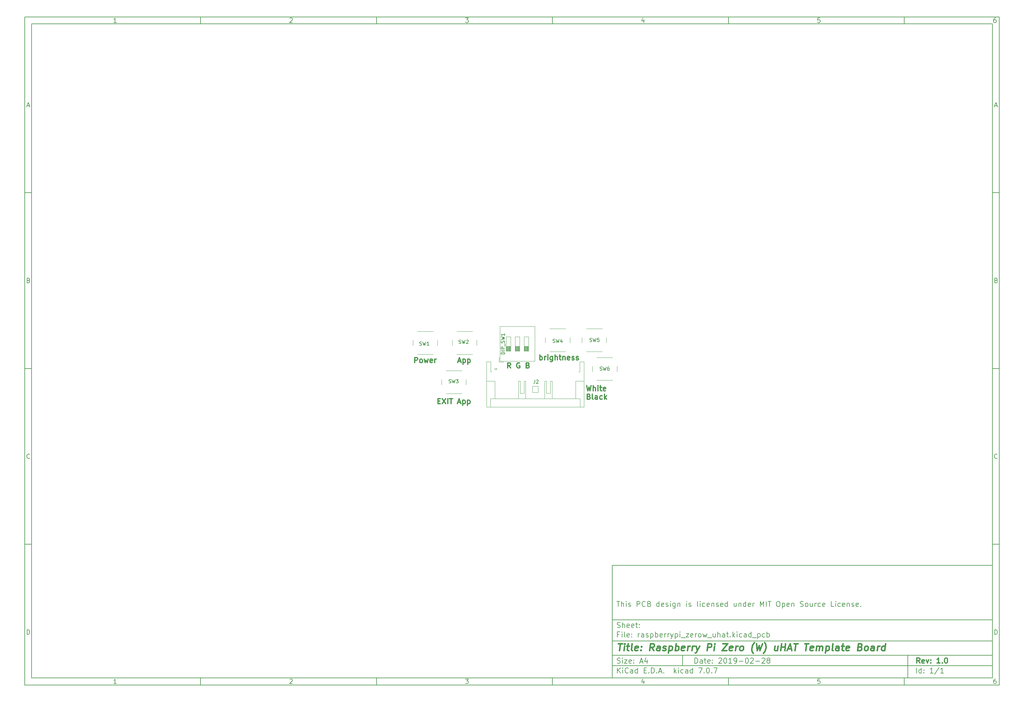
<source format=gbr>
G04 #@! TF.GenerationSoftware,KiCad,Pcbnew,7.0.7*
G04 #@! TF.CreationDate,2024-04-04T13:45:20+09:00*
G04 #@! TF.ProjectId,raspberrypi_zerow_uhat,72617370-6265-4727-9279-70695f7a6572,1.0*
G04 #@! TF.SameCoordinates,Original*
G04 #@! TF.FileFunction,Legend,Top*
G04 #@! TF.FilePolarity,Positive*
%FSLAX46Y46*%
G04 Gerber Fmt 4.6, Leading zero omitted, Abs format (unit mm)*
G04 Created by KiCad (PCBNEW 7.0.7) date 2024-04-04 13:45:20*
%MOMM*%
%LPD*%
G01*
G04 APERTURE LIST*
%ADD10C,0.100000*%
%ADD11C,0.150000*%
%ADD12C,0.300000*%
%ADD13C,0.400000*%
%ADD14C,0.120000*%
G04 APERTURE END LIST*
D10*
D11*
X177002200Y-166007200D02*
X285002200Y-166007200D01*
X285002200Y-198007200D01*
X177002200Y-198007200D01*
X177002200Y-166007200D01*
D10*
D11*
X10000000Y-10000000D02*
X287002200Y-10000000D01*
X287002200Y-200007200D01*
X10000000Y-200007200D01*
X10000000Y-10000000D01*
D10*
D11*
X12000000Y-12000000D02*
X285002200Y-12000000D01*
X285002200Y-198007200D01*
X12000000Y-198007200D01*
X12000000Y-12000000D01*
D10*
D11*
X60000000Y-12000000D02*
X60000000Y-10000000D01*
D10*
D11*
X110000000Y-12000000D02*
X110000000Y-10000000D01*
D10*
D11*
X160000000Y-12000000D02*
X160000000Y-10000000D01*
D10*
D11*
X210000000Y-12000000D02*
X210000000Y-10000000D01*
D10*
D11*
X260000000Y-12000000D02*
X260000000Y-10000000D01*
D10*
D11*
X36089160Y-11593604D02*
X35346303Y-11593604D01*
X35717731Y-11593604D02*
X35717731Y-10293604D01*
X35717731Y-10293604D02*
X35593922Y-10479319D01*
X35593922Y-10479319D02*
X35470112Y-10603128D01*
X35470112Y-10603128D02*
X35346303Y-10665033D01*
D10*
D11*
X85346303Y-10417414D02*
X85408207Y-10355509D01*
X85408207Y-10355509D02*
X85532017Y-10293604D01*
X85532017Y-10293604D02*
X85841541Y-10293604D01*
X85841541Y-10293604D02*
X85965350Y-10355509D01*
X85965350Y-10355509D02*
X86027255Y-10417414D01*
X86027255Y-10417414D02*
X86089160Y-10541223D01*
X86089160Y-10541223D02*
X86089160Y-10665033D01*
X86089160Y-10665033D02*
X86027255Y-10850747D01*
X86027255Y-10850747D02*
X85284398Y-11593604D01*
X85284398Y-11593604D02*
X86089160Y-11593604D01*
D10*
D11*
X135284398Y-10293604D02*
X136089160Y-10293604D01*
X136089160Y-10293604D02*
X135655826Y-10788842D01*
X135655826Y-10788842D02*
X135841541Y-10788842D01*
X135841541Y-10788842D02*
X135965350Y-10850747D01*
X135965350Y-10850747D02*
X136027255Y-10912652D01*
X136027255Y-10912652D02*
X136089160Y-11036461D01*
X136089160Y-11036461D02*
X136089160Y-11345985D01*
X136089160Y-11345985D02*
X136027255Y-11469795D01*
X136027255Y-11469795D02*
X135965350Y-11531700D01*
X135965350Y-11531700D02*
X135841541Y-11593604D01*
X135841541Y-11593604D02*
X135470112Y-11593604D01*
X135470112Y-11593604D02*
X135346303Y-11531700D01*
X135346303Y-11531700D02*
X135284398Y-11469795D01*
D10*
D11*
X185965350Y-10726938D02*
X185965350Y-11593604D01*
X185655826Y-10231700D02*
X185346303Y-11160271D01*
X185346303Y-11160271D02*
X186151064Y-11160271D01*
D10*
D11*
X236027255Y-10293604D02*
X235408207Y-10293604D01*
X235408207Y-10293604D02*
X235346303Y-10912652D01*
X235346303Y-10912652D02*
X235408207Y-10850747D01*
X235408207Y-10850747D02*
X235532017Y-10788842D01*
X235532017Y-10788842D02*
X235841541Y-10788842D01*
X235841541Y-10788842D02*
X235965350Y-10850747D01*
X235965350Y-10850747D02*
X236027255Y-10912652D01*
X236027255Y-10912652D02*
X236089160Y-11036461D01*
X236089160Y-11036461D02*
X236089160Y-11345985D01*
X236089160Y-11345985D02*
X236027255Y-11469795D01*
X236027255Y-11469795D02*
X235965350Y-11531700D01*
X235965350Y-11531700D02*
X235841541Y-11593604D01*
X235841541Y-11593604D02*
X235532017Y-11593604D01*
X235532017Y-11593604D02*
X235408207Y-11531700D01*
X235408207Y-11531700D02*
X235346303Y-11469795D01*
D10*
D11*
X285965350Y-10293604D02*
X285717731Y-10293604D01*
X285717731Y-10293604D02*
X285593922Y-10355509D01*
X285593922Y-10355509D02*
X285532017Y-10417414D01*
X285532017Y-10417414D02*
X285408207Y-10603128D01*
X285408207Y-10603128D02*
X285346303Y-10850747D01*
X285346303Y-10850747D02*
X285346303Y-11345985D01*
X285346303Y-11345985D02*
X285408207Y-11469795D01*
X285408207Y-11469795D02*
X285470112Y-11531700D01*
X285470112Y-11531700D02*
X285593922Y-11593604D01*
X285593922Y-11593604D02*
X285841541Y-11593604D01*
X285841541Y-11593604D02*
X285965350Y-11531700D01*
X285965350Y-11531700D02*
X286027255Y-11469795D01*
X286027255Y-11469795D02*
X286089160Y-11345985D01*
X286089160Y-11345985D02*
X286089160Y-11036461D01*
X286089160Y-11036461D02*
X286027255Y-10912652D01*
X286027255Y-10912652D02*
X285965350Y-10850747D01*
X285965350Y-10850747D02*
X285841541Y-10788842D01*
X285841541Y-10788842D02*
X285593922Y-10788842D01*
X285593922Y-10788842D02*
X285470112Y-10850747D01*
X285470112Y-10850747D02*
X285408207Y-10912652D01*
X285408207Y-10912652D02*
X285346303Y-11036461D01*
D10*
D11*
X60000000Y-198007200D02*
X60000000Y-200007200D01*
D10*
D11*
X110000000Y-198007200D02*
X110000000Y-200007200D01*
D10*
D11*
X160000000Y-198007200D02*
X160000000Y-200007200D01*
D10*
D11*
X210000000Y-198007200D02*
X210000000Y-200007200D01*
D10*
D11*
X260000000Y-198007200D02*
X260000000Y-200007200D01*
D10*
D11*
X36089160Y-199600804D02*
X35346303Y-199600804D01*
X35717731Y-199600804D02*
X35717731Y-198300804D01*
X35717731Y-198300804D02*
X35593922Y-198486519D01*
X35593922Y-198486519D02*
X35470112Y-198610328D01*
X35470112Y-198610328D02*
X35346303Y-198672233D01*
D10*
D11*
X85346303Y-198424614D02*
X85408207Y-198362709D01*
X85408207Y-198362709D02*
X85532017Y-198300804D01*
X85532017Y-198300804D02*
X85841541Y-198300804D01*
X85841541Y-198300804D02*
X85965350Y-198362709D01*
X85965350Y-198362709D02*
X86027255Y-198424614D01*
X86027255Y-198424614D02*
X86089160Y-198548423D01*
X86089160Y-198548423D02*
X86089160Y-198672233D01*
X86089160Y-198672233D02*
X86027255Y-198857947D01*
X86027255Y-198857947D02*
X85284398Y-199600804D01*
X85284398Y-199600804D02*
X86089160Y-199600804D01*
D10*
D11*
X135284398Y-198300804D02*
X136089160Y-198300804D01*
X136089160Y-198300804D02*
X135655826Y-198796042D01*
X135655826Y-198796042D02*
X135841541Y-198796042D01*
X135841541Y-198796042D02*
X135965350Y-198857947D01*
X135965350Y-198857947D02*
X136027255Y-198919852D01*
X136027255Y-198919852D02*
X136089160Y-199043661D01*
X136089160Y-199043661D02*
X136089160Y-199353185D01*
X136089160Y-199353185D02*
X136027255Y-199476995D01*
X136027255Y-199476995D02*
X135965350Y-199538900D01*
X135965350Y-199538900D02*
X135841541Y-199600804D01*
X135841541Y-199600804D02*
X135470112Y-199600804D01*
X135470112Y-199600804D02*
X135346303Y-199538900D01*
X135346303Y-199538900D02*
X135284398Y-199476995D01*
D10*
D11*
X185965350Y-198734138D02*
X185965350Y-199600804D01*
X185655826Y-198238900D02*
X185346303Y-199167471D01*
X185346303Y-199167471D02*
X186151064Y-199167471D01*
D10*
D11*
X236027255Y-198300804D02*
X235408207Y-198300804D01*
X235408207Y-198300804D02*
X235346303Y-198919852D01*
X235346303Y-198919852D02*
X235408207Y-198857947D01*
X235408207Y-198857947D02*
X235532017Y-198796042D01*
X235532017Y-198796042D02*
X235841541Y-198796042D01*
X235841541Y-198796042D02*
X235965350Y-198857947D01*
X235965350Y-198857947D02*
X236027255Y-198919852D01*
X236027255Y-198919852D02*
X236089160Y-199043661D01*
X236089160Y-199043661D02*
X236089160Y-199353185D01*
X236089160Y-199353185D02*
X236027255Y-199476995D01*
X236027255Y-199476995D02*
X235965350Y-199538900D01*
X235965350Y-199538900D02*
X235841541Y-199600804D01*
X235841541Y-199600804D02*
X235532017Y-199600804D01*
X235532017Y-199600804D02*
X235408207Y-199538900D01*
X235408207Y-199538900D02*
X235346303Y-199476995D01*
D10*
D11*
X285965350Y-198300804D02*
X285717731Y-198300804D01*
X285717731Y-198300804D02*
X285593922Y-198362709D01*
X285593922Y-198362709D02*
X285532017Y-198424614D01*
X285532017Y-198424614D02*
X285408207Y-198610328D01*
X285408207Y-198610328D02*
X285346303Y-198857947D01*
X285346303Y-198857947D02*
X285346303Y-199353185D01*
X285346303Y-199353185D02*
X285408207Y-199476995D01*
X285408207Y-199476995D02*
X285470112Y-199538900D01*
X285470112Y-199538900D02*
X285593922Y-199600804D01*
X285593922Y-199600804D02*
X285841541Y-199600804D01*
X285841541Y-199600804D02*
X285965350Y-199538900D01*
X285965350Y-199538900D02*
X286027255Y-199476995D01*
X286027255Y-199476995D02*
X286089160Y-199353185D01*
X286089160Y-199353185D02*
X286089160Y-199043661D01*
X286089160Y-199043661D02*
X286027255Y-198919852D01*
X286027255Y-198919852D02*
X285965350Y-198857947D01*
X285965350Y-198857947D02*
X285841541Y-198796042D01*
X285841541Y-198796042D02*
X285593922Y-198796042D01*
X285593922Y-198796042D02*
X285470112Y-198857947D01*
X285470112Y-198857947D02*
X285408207Y-198919852D01*
X285408207Y-198919852D02*
X285346303Y-199043661D01*
D10*
D11*
X10000000Y-60000000D02*
X12000000Y-60000000D01*
D10*
D11*
X10000000Y-110000000D02*
X12000000Y-110000000D01*
D10*
D11*
X10000000Y-160000000D02*
X12000000Y-160000000D01*
D10*
D11*
X10690476Y-35222176D02*
X11309523Y-35222176D01*
X10566666Y-35593604D02*
X10999999Y-34293604D01*
X10999999Y-34293604D02*
X11433333Y-35593604D01*
D10*
D11*
X11092857Y-84912652D02*
X11278571Y-84974557D01*
X11278571Y-84974557D02*
X11340476Y-85036461D01*
X11340476Y-85036461D02*
X11402380Y-85160271D01*
X11402380Y-85160271D02*
X11402380Y-85345985D01*
X11402380Y-85345985D02*
X11340476Y-85469795D01*
X11340476Y-85469795D02*
X11278571Y-85531700D01*
X11278571Y-85531700D02*
X11154761Y-85593604D01*
X11154761Y-85593604D02*
X10659523Y-85593604D01*
X10659523Y-85593604D02*
X10659523Y-84293604D01*
X10659523Y-84293604D02*
X11092857Y-84293604D01*
X11092857Y-84293604D02*
X11216666Y-84355509D01*
X11216666Y-84355509D02*
X11278571Y-84417414D01*
X11278571Y-84417414D02*
X11340476Y-84541223D01*
X11340476Y-84541223D02*
X11340476Y-84665033D01*
X11340476Y-84665033D02*
X11278571Y-84788842D01*
X11278571Y-84788842D02*
X11216666Y-84850747D01*
X11216666Y-84850747D02*
X11092857Y-84912652D01*
X11092857Y-84912652D02*
X10659523Y-84912652D01*
D10*
D11*
X11402380Y-135469795D02*
X11340476Y-135531700D01*
X11340476Y-135531700D02*
X11154761Y-135593604D01*
X11154761Y-135593604D02*
X11030952Y-135593604D01*
X11030952Y-135593604D02*
X10845238Y-135531700D01*
X10845238Y-135531700D02*
X10721428Y-135407890D01*
X10721428Y-135407890D02*
X10659523Y-135284080D01*
X10659523Y-135284080D02*
X10597619Y-135036461D01*
X10597619Y-135036461D02*
X10597619Y-134850747D01*
X10597619Y-134850747D02*
X10659523Y-134603128D01*
X10659523Y-134603128D02*
X10721428Y-134479319D01*
X10721428Y-134479319D02*
X10845238Y-134355509D01*
X10845238Y-134355509D02*
X11030952Y-134293604D01*
X11030952Y-134293604D02*
X11154761Y-134293604D01*
X11154761Y-134293604D02*
X11340476Y-134355509D01*
X11340476Y-134355509D02*
X11402380Y-134417414D01*
D10*
D11*
X10659523Y-185593604D02*
X10659523Y-184293604D01*
X10659523Y-184293604D02*
X10969047Y-184293604D01*
X10969047Y-184293604D02*
X11154761Y-184355509D01*
X11154761Y-184355509D02*
X11278571Y-184479319D01*
X11278571Y-184479319D02*
X11340476Y-184603128D01*
X11340476Y-184603128D02*
X11402380Y-184850747D01*
X11402380Y-184850747D02*
X11402380Y-185036461D01*
X11402380Y-185036461D02*
X11340476Y-185284080D01*
X11340476Y-185284080D02*
X11278571Y-185407890D01*
X11278571Y-185407890D02*
X11154761Y-185531700D01*
X11154761Y-185531700D02*
X10969047Y-185593604D01*
X10969047Y-185593604D02*
X10659523Y-185593604D01*
D10*
D11*
X287002200Y-60000000D02*
X285002200Y-60000000D01*
D10*
D11*
X287002200Y-110000000D02*
X285002200Y-110000000D01*
D10*
D11*
X287002200Y-160000000D02*
X285002200Y-160000000D01*
D10*
D11*
X285692676Y-35222176D02*
X286311723Y-35222176D01*
X285568866Y-35593604D02*
X286002199Y-34293604D01*
X286002199Y-34293604D02*
X286435533Y-35593604D01*
D10*
D11*
X286095057Y-84912652D02*
X286280771Y-84974557D01*
X286280771Y-84974557D02*
X286342676Y-85036461D01*
X286342676Y-85036461D02*
X286404580Y-85160271D01*
X286404580Y-85160271D02*
X286404580Y-85345985D01*
X286404580Y-85345985D02*
X286342676Y-85469795D01*
X286342676Y-85469795D02*
X286280771Y-85531700D01*
X286280771Y-85531700D02*
X286156961Y-85593604D01*
X286156961Y-85593604D02*
X285661723Y-85593604D01*
X285661723Y-85593604D02*
X285661723Y-84293604D01*
X285661723Y-84293604D02*
X286095057Y-84293604D01*
X286095057Y-84293604D02*
X286218866Y-84355509D01*
X286218866Y-84355509D02*
X286280771Y-84417414D01*
X286280771Y-84417414D02*
X286342676Y-84541223D01*
X286342676Y-84541223D02*
X286342676Y-84665033D01*
X286342676Y-84665033D02*
X286280771Y-84788842D01*
X286280771Y-84788842D02*
X286218866Y-84850747D01*
X286218866Y-84850747D02*
X286095057Y-84912652D01*
X286095057Y-84912652D02*
X285661723Y-84912652D01*
D10*
D11*
X286404580Y-135469795D02*
X286342676Y-135531700D01*
X286342676Y-135531700D02*
X286156961Y-135593604D01*
X286156961Y-135593604D02*
X286033152Y-135593604D01*
X286033152Y-135593604D02*
X285847438Y-135531700D01*
X285847438Y-135531700D02*
X285723628Y-135407890D01*
X285723628Y-135407890D02*
X285661723Y-135284080D01*
X285661723Y-135284080D02*
X285599819Y-135036461D01*
X285599819Y-135036461D02*
X285599819Y-134850747D01*
X285599819Y-134850747D02*
X285661723Y-134603128D01*
X285661723Y-134603128D02*
X285723628Y-134479319D01*
X285723628Y-134479319D02*
X285847438Y-134355509D01*
X285847438Y-134355509D02*
X286033152Y-134293604D01*
X286033152Y-134293604D02*
X286156961Y-134293604D01*
X286156961Y-134293604D02*
X286342676Y-134355509D01*
X286342676Y-134355509D02*
X286404580Y-134417414D01*
D10*
D11*
X285661723Y-185593604D02*
X285661723Y-184293604D01*
X285661723Y-184293604D02*
X285971247Y-184293604D01*
X285971247Y-184293604D02*
X286156961Y-184355509D01*
X286156961Y-184355509D02*
X286280771Y-184479319D01*
X286280771Y-184479319D02*
X286342676Y-184603128D01*
X286342676Y-184603128D02*
X286404580Y-184850747D01*
X286404580Y-184850747D02*
X286404580Y-185036461D01*
X286404580Y-185036461D02*
X286342676Y-185284080D01*
X286342676Y-185284080D02*
X286280771Y-185407890D01*
X286280771Y-185407890D02*
X286156961Y-185531700D01*
X286156961Y-185531700D02*
X285971247Y-185593604D01*
X285971247Y-185593604D02*
X285661723Y-185593604D01*
D10*
D11*
X200458026Y-193793328D02*
X200458026Y-192293328D01*
X200458026Y-192293328D02*
X200815169Y-192293328D01*
X200815169Y-192293328D02*
X201029455Y-192364757D01*
X201029455Y-192364757D02*
X201172312Y-192507614D01*
X201172312Y-192507614D02*
X201243741Y-192650471D01*
X201243741Y-192650471D02*
X201315169Y-192936185D01*
X201315169Y-192936185D02*
X201315169Y-193150471D01*
X201315169Y-193150471D02*
X201243741Y-193436185D01*
X201243741Y-193436185D02*
X201172312Y-193579042D01*
X201172312Y-193579042D02*
X201029455Y-193721900D01*
X201029455Y-193721900D02*
X200815169Y-193793328D01*
X200815169Y-193793328D02*
X200458026Y-193793328D01*
X202600884Y-193793328D02*
X202600884Y-193007614D01*
X202600884Y-193007614D02*
X202529455Y-192864757D01*
X202529455Y-192864757D02*
X202386598Y-192793328D01*
X202386598Y-192793328D02*
X202100884Y-192793328D01*
X202100884Y-192793328D02*
X201958026Y-192864757D01*
X202600884Y-193721900D02*
X202458026Y-193793328D01*
X202458026Y-193793328D02*
X202100884Y-193793328D01*
X202100884Y-193793328D02*
X201958026Y-193721900D01*
X201958026Y-193721900D02*
X201886598Y-193579042D01*
X201886598Y-193579042D02*
X201886598Y-193436185D01*
X201886598Y-193436185D02*
X201958026Y-193293328D01*
X201958026Y-193293328D02*
X202100884Y-193221900D01*
X202100884Y-193221900D02*
X202458026Y-193221900D01*
X202458026Y-193221900D02*
X202600884Y-193150471D01*
X203100884Y-192793328D02*
X203672312Y-192793328D01*
X203315169Y-192293328D02*
X203315169Y-193579042D01*
X203315169Y-193579042D02*
X203386598Y-193721900D01*
X203386598Y-193721900D02*
X203529455Y-193793328D01*
X203529455Y-193793328D02*
X203672312Y-193793328D01*
X204743741Y-193721900D02*
X204600884Y-193793328D01*
X204600884Y-193793328D02*
X204315170Y-193793328D01*
X204315170Y-193793328D02*
X204172312Y-193721900D01*
X204172312Y-193721900D02*
X204100884Y-193579042D01*
X204100884Y-193579042D02*
X204100884Y-193007614D01*
X204100884Y-193007614D02*
X204172312Y-192864757D01*
X204172312Y-192864757D02*
X204315170Y-192793328D01*
X204315170Y-192793328D02*
X204600884Y-192793328D01*
X204600884Y-192793328D02*
X204743741Y-192864757D01*
X204743741Y-192864757D02*
X204815170Y-193007614D01*
X204815170Y-193007614D02*
X204815170Y-193150471D01*
X204815170Y-193150471D02*
X204100884Y-193293328D01*
X205458026Y-193650471D02*
X205529455Y-193721900D01*
X205529455Y-193721900D02*
X205458026Y-193793328D01*
X205458026Y-193793328D02*
X205386598Y-193721900D01*
X205386598Y-193721900D02*
X205458026Y-193650471D01*
X205458026Y-193650471D02*
X205458026Y-193793328D01*
X205458026Y-192864757D02*
X205529455Y-192936185D01*
X205529455Y-192936185D02*
X205458026Y-193007614D01*
X205458026Y-193007614D02*
X205386598Y-192936185D01*
X205386598Y-192936185D02*
X205458026Y-192864757D01*
X205458026Y-192864757D02*
X205458026Y-193007614D01*
X207243741Y-192436185D02*
X207315169Y-192364757D01*
X207315169Y-192364757D02*
X207458027Y-192293328D01*
X207458027Y-192293328D02*
X207815169Y-192293328D01*
X207815169Y-192293328D02*
X207958027Y-192364757D01*
X207958027Y-192364757D02*
X208029455Y-192436185D01*
X208029455Y-192436185D02*
X208100884Y-192579042D01*
X208100884Y-192579042D02*
X208100884Y-192721900D01*
X208100884Y-192721900D02*
X208029455Y-192936185D01*
X208029455Y-192936185D02*
X207172312Y-193793328D01*
X207172312Y-193793328D02*
X208100884Y-193793328D01*
X209029455Y-192293328D02*
X209172312Y-192293328D01*
X209172312Y-192293328D02*
X209315169Y-192364757D01*
X209315169Y-192364757D02*
X209386598Y-192436185D01*
X209386598Y-192436185D02*
X209458026Y-192579042D01*
X209458026Y-192579042D02*
X209529455Y-192864757D01*
X209529455Y-192864757D02*
X209529455Y-193221900D01*
X209529455Y-193221900D02*
X209458026Y-193507614D01*
X209458026Y-193507614D02*
X209386598Y-193650471D01*
X209386598Y-193650471D02*
X209315169Y-193721900D01*
X209315169Y-193721900D02*
X209172312Y-193793328D01*
X209172312Y-193793328D02*
X209029455Y-193793328D01*
X209029455Y-193793328D02*
X208886598Y-193721900D01*
X208886598Y-193721900D02*
X208815169Y-193650471D01*
X208815169Y-193650471D02*
X208743740Y-193507614D01*
X208743740Y-193507614D02*
X208672312Y-193221900D01*
X208672312Y-193221900D02*
X208672312Y-192864757D01*
X208672312Y-192864757D02*
X208743740Y-192579042D01*
X208743740Y-192579042D02*
X208815169Y-192436185D01*
X208815169Y-192436185D02*
X208886598Y-192364757D01*
X208886598Y-192364757D02*
X209029455Y-192293328D01*
X210958026Y-193793328D02*
X210100883Y-193793328D01*
X210529454Y-193793328D02*
X210529454Y-192293328D01*
X210529454Y-192293328D02*
X210386597Y-192507614D01*
X210386597Y-192507614D02*
X210243740Y-192650471D01*
X210243740Y-192650471D02*
X210100883Y-192721900D01*
X211672311Y-193793328D02*
X211958025Y-193793328D01*
X211958025Y-193793328D02*
X212100882Y-193721900D01*
X212100882Y-193721900D02*
X212172311Y-193650471D01*
X212172311Y-193650471D02*
X212315168Y-193436185D01*
X212315168Y-193436185D02*
X212386597Y-193150471D01*
X212386597Y-193150471D02*
X212386597Y-192579042D01*
X212386597Y-192579042D02*
X212315168Y-192436185D01*
X212315168Y-192436185D02*
X212243740Y-192364757D01*
X212243740Y-192364757D02*
X212100882Y-192293328D01*
X212100882Y-192293328D02*
X211815168Y-192293328D01*
X211815168Y-192293328D02*
X211672311Y-192364757D01*
X211672311Y-192364757D02*
X211600882Y-192436185D01*
X211600882Y-192436185D02*
X211529454Y-192579042D01*
X211529454Y-192579042D02*
X211529454Y-192936185D01*
X211529454Y-192936185D02*
X211600882Y-193079042D01*
X211600882Y-193079042D02*
X211672311Y-193150471D01*
X211672311Y-193150471D02*
X211815168Y-193221900D01*
X211815168Y-193221900D02*
X212100882Y-193221900D01*
X212100882Y-193221900D02*
X212243740Y-193150471D01*
X212243740Y-193150471D02*
X212315168Y-193079042D01*
X212315168Y-193079042D02*
X212386597Y-192936185D01*
X213029453Y-193221900D02*
X214172311Y-193221900D01*
X215172311Y-192293328D02*
X215315168Y-192293328D01*
X215315168Y-192293328D02*
X215458025Y-192364757D01*
X215458025Y-192364757D02*
X215529454Y-192436185D01*
X215529454Y-192436185D02*
X215600882Y-192579042D01*
X215600882Y-192579042D02*
X215672311Y-192864757D01*
X215672311Y-192864757D02*
X215672311Y-193221900D01*
X215672311Y-193221900D02*
X215600882Y-193507614D01*
X215600882Y-193507614D02*
X215529454Y-193650471D01*
X215529454Y-193650471D02*
X215458025Y-193721900D01*
X215458025Y-193721900D02*
X215315168Y-193793328D01*
X215315168Y-193793328D02*
X215172311Y-193793328D01*
X215172311Y-193793328D02*
X215029454Y-193721900D01*
X215029454Y-193721900D02*
X214958025Y-193650471D01*
X214958025Y-193650471D02*
X214886596Y-193507614D01*
X214886596Y-193507614D02*
X214815168Y-193221900D01*
X214815168Y-193221900D02*
X214815168Y-192864757D01*
X214815168Y-192864757D02*
X214886596Y-192579042D01*
X214886596Y-192579042D02*
X214958025Y-192436185D01*
X214958025Y-192436185D02*
X215029454Y-192364757D01*
X215029454Y-192364757D02*
X215172311Y-192293328D01*
X216243739Y-192436185D02*
X216315167Y-192364757D01*
X216315167Y-192364757D02*
X216458025Y-192293328D01*
X216458025Y-192293328D02*
X216815167Y-192293328D01*
X216815167Y-192293328D02*
X216958025Y-192364757D01*
X216958025Y-192364757D02*
X217029453Y-192436185D01*
X217029453Y-192436185D02*
X217100882Y-192579042D01*
X217100882Y-192579042D02*
X217100882Y-192721900D01*
X217100882Y-192721900D02*
X217029453Y-192936185D01*
X217029453Y-192936185D02*
X216172310Y-193793328D01*
X216172310Y-193793328D02*
X217100882Y-193793328D01*
X217743738Y-193221900D02*
X218886596Y-193221900D01*
X219529453Y-192436185D02*
X219600881Y-192364757D01*
X219600881Y-192364757D02*
X219743739Y-192293328D01*
X219743739Y-192293328D02*
X220100881Y-192293328D01*
X220100881Y-192293328D02*
X220243739Y-192364757D01*
X220243739Y-192364757D02*
X220315167Y-192436185D01*
X220315167Y-192436185D02*
X220386596Y-192579042D01*
X220386596Y-192579042D02*
X220386596Y-192721900D01*
X220386596Y-192721900D02*
X220315167Y-192936185D01*
X220315167Y-192936185D02*
X219458024Y-193793328D01*
X219458024Y-193793328D02*
X220386596Y-193793328D01*
X221243738Y-192936185D02*
X221100881Y-192864757D01*
X221100881Y-192864757D02*
X221029452Y-192793328D01*
X221029452Y-192793328D02*
X220958024Y-192650471D01*
X220958024Y-192650471D02*
X220958024Y-192579042D01*
X220958024Y-192579042D02*
X221029452Y-192436185D01*
X221029452Y-192436185D02*
X221100881Y-192364757D01*
X221100881Y-192364757D02*
X221243738Y-192293328D01*
X221243738Y-192293328D02*
X221529452Y-192293328D01*
X221529452Y-192293328D02*
X221672310Y-192364757D01*
X221672310Y-192364757D02*
X221743738Y-192436185D01*
X221743738Y-192436185D02*
X221815167Y-192579042D01*
X221815167Y-192579042D02*
X221815167Y-192650471D01*
X221815167Y-192650471D02*
X221743738Y-192793328D01*
X221743738Y-192793328D02*
X221672310Y-192864757D01*
X221672310Y-192864757D02*
X221529452Y-192936185D01*
X221529452Y-192936185D02*
X221243738Y-192936185D01*
X221243738Y-192936185D02*
X221100881Y-193007614D01*
X221100881Y-193007614D02*
X221029452Y-193079042D01*
X221029452Y-193079042D02*
X220958024Y-193221900D01*
X220958024Y-193221900D02*
X220958024Y-193507614D01*
X220958024Y-193507614D02*
X221029452Y-193650471D01*
X221029452Y-193650471D02*
X221100881Y-193721900D01*
X221100881Y-193721900D02*
X221243738Y-193793328D01*
X221243738Y-193793328D02*
X221529452Y-193793328D01*
X221529452Y-193793328D02*
X221672310Y-193721900D01*
X221672310Y-193721900D02*
X221743738Y-193650471D01*
X221743738Y-193650471D02*
X221815167Y-193507614D01*
X221815167Y-193507614D02*
X221815167Y-193221900D01*
X221815167Y-193221900D02*
X221743738Y-193079042D01*
X221743738Y-193079042D02*
X221672310Y-193007614D01*
X221672310Y-193007614D02*
X221529452Y-192936185D01*
D10*
D11*
X177002200Y-194507200D02*
X285002200Y-194507200D01*
D10*
D11*
X178458026Y-196593328D02*
X178458026Y-195093328D01*
X179315169Y-196593328D02*
X178672312Y-195736185D01*
X179315169Y-195093328D02*
X178458026Y-195950471D01*
X179958026Y-196593328D02*
X179958026Y-195593328D01*
X179958026Y-195093328D02*
X179886598Y-195164757D01*
X179886598Y-195164757D02*
X179958026Y-195236185D01*
X179958026Y-195236185D02*
X180029455Y-195164757D01*
X180029455Y-195164757D02*
X179958026Y-195093328D01*
X179958026Y-195093328D02*
X179958026Y-195236185D01*
X181529455Y-196450471D02*
X181458027Y-196521900D01*
X181458027Y-196521900D02*
X181243741Y-196593328D01*
X181243741Y-196593328D02*
X181100884Y-196593328D01*
X181100884Y-196593328D02*
X180886598Y-196521900D01*
X180886598Y-196521900D02*
X180743741Y-196379042D01*
X180743741Y-196379042D02*
X180672312Y-196236185D01*
X180672312Y-196236185D02*
X180600884Y-195950471D01*
X180600884Y-195950471D02*
X180600884Y-195736185D01*
X180600884Y-195736185D02*
X180672312Y-195450471D01*
X180672312Y-195450471D02*
X180743741Y-195307614D01*
X180743741Y-195307614D02*
X180886598Y-195164757D01*
X180886598Y-195164757D02*
X181100884Y-195093328D01*
X181100884Y-195093328D02*
X181243741Y-195093328D01*
X181243741Y-195093328D02*
X181458027Y-195164757D01*
X181458027Y-195164757D02*
X181529455Y-195236185D01*
X182815170Y-196593328D02*
X182815170Y-195807614D01*
X182815170Y-195807614D02*
X182743741Y-195664757D01*
X182743741Y-195664757D02*
X182600884Y-195593328D01*
X182600884Y-195593328D02*
X182315170Y-195593328D01*
X182315170Y-195593328D02*
X182172312Y-195664757D01*
X182815170Y-196521900D02*
X182672312Y-196593328D01*
X182672312Y-196593328D02*
X182315170Y-196593328D01*
X182315170Y-196593328D02*
X182172312Y-196521900D01*
X182172312Y-196521900D02*
X182100884Y-196379042D01*
X182100884Y-196379042D02*
X182100884Y-196236185D01*
X182100884Y-196236185D02*
X182172312Y-196093328D01*
X182172312Y-196093328D02*
X182315170Y-196021900D01*
X182315170Y-196021900D02*
X182672312Y-196021900D01*
X182672312Y-196021900D02*
X182815170Y-195950471D01*
X184172313Y-196593328D02*
X184172313Y-195093328D01*
X184172313Y-196521900D02*
X184029455Y-196593328D01*
X184029455Y-196593328D02*
X183743741Y-196593328D01*
X183743741Y-196593328D02*
X183600884Y-196521900D01*
X183600884Y-196521900D02*
X183529455Y-196450471D01*
X183529455Y-196450471D02*
X183458027Y-196307614D01*
X183458027Y-196307614D02*
X183458027Y-195879042D01*
X183458027Y-195879042D02*
X183529455Y-195736185D01*
X183529455Y-195736185D02*
X183600884Y-195664757D01*
X183600884Y-195664757D02*
X183743741Y-195593328D01*
X183743741Y-195593328D02*
X184029455Y-195593328D01*
X184029455Y-195593328D02*
X184172313Y-195664757D01*
X186029455Y-195807614D02*
X186529455Y-195807614D01*
X186743741Y-196593328D02*
X186029455Y-196593328D01*
X186029455Y-196593328D02*
X186029455Y-195093328D01*
X186029455Y-195093328D02*
X186743741Y-195093328D01*
X187386598Y-196450471D02*
X187458027Y-196521900D01*
X187458027Y-196521900D02*
X187386598Y-196593328D01*
X187386598Y-196593328D02*
X187315170Y-196521900D01*
X187315170Y-196521900D02*
X187386598Y-196450471D01*
X187386598Y-196450471D02*
X187386598Y-196593328D01*
X188100884Y-196593328D02*
X188100884Y-195093328D01*
X188100884Y-195093328D02*
X188458027Y-195093328D01*
X188458027Y-195093328D02*
X188672313Y-195164757D01*
X188672313Y-195164757D02*
X188815170Y-195307614D01*
X188815170Y-195307614D02*
X188886599Y-195450471D01*
X188886599Y-195450471D02*
X188958027Y-195736185D01*
X188958027Y-195736185D02*
X188958027Y-195950471D01*
X188958027Y-195950471D02*
X188886599Y-196236185D01*
X188886599Y-196236185D02*
X188815170Y-196379042D01*
X188815170Y-196379042D02*
X188672313Y-196521900D01*
X188672313Y-196521900D02*
X188458027Y-196593328D01*
X188458027Y-196593328D02*
X188100884Y-196593328D01*
X189600884Y-196450471D02*
X189672313Y-196521900D01*
X189672313Y-196521900D02*
X189600884Y-196593328D01*
X189600884Y-196593328D02*
X189529456Y-196521900D01*
X189529456Y-196521900D02*
X189600884Y-196450471D01*
X189600884Y-196450471D02*
X189600884Y-196593328D01*
X190243742Y-196164757D02*
X190958028Y-196164757D01*
X190100885Y-196593328D02*
X190600885Y-195093328D01*
X190600885Y-195093328D02*
X191100885Y-196593328D01*
X191600884Y-196450471D02*
X191672313Y-196521900D01*
X191672313Y-196521900D02*
X191600884Y-196593328D01*
X191600884Y-196593328D02*
X191529456Y-196521900D01*
X191529456Y-196521900D02*
X191600884Y-196450471D01*
X191600884Y-196450471D02*
X191600884Y-196593328D01*
X194600884Y-196593328D02*
X194600884Y-195093328D01*
X194743742Y-196021900D02*
X195172313Y-196593328D01*
X195172313Y-195593328D02*
X194600884Y-196164757D01*
X195815170Y-196593328D02*
X195815170Y-195593328D01*
X195815170Y-195093328D02*
X195743742Y-195164757D01*
X195743742Y-195164757D02*
X195815170Y-195236185D01*
X195815170Y-195236185D02*
X195886599Y-195164757D01*
X195886599Y-195164757D02*
X195815170Y-195093328D01*
X195815170Y-195093328D02*
X195815170Y-195236185D01*
X197172314Y-196521900D02*
X197029456Y-196593328D01*
X197029456Y-196593328D02*
X196743742Y-196593328D01*
X196743742Y-196593328D02*
X196600885Y-196521900D01*
X196600885Y-196521900D02*
X196529456Y-196450471D01*
X196529456Y-196450471D02*
X196458028Y-196307614D01*
X196458028Y-196307614D02*
X196458028Y-195879042D01*
X196458028Y-195879042D02*
X196529456Y-195736185D01*
X196529456Y-195736185D02*
X196600885Y-195664757D01*
X196600885Y-195664757D02*
X196743742Y-195593328D01*
X196743742Y-195593328D02*
X197029456Y-195593328D01*
X197029456Y-195593328D02*
X197172314Y-195664757D01*
X198458028Y-196593328D02*
X198458028Y-195807614D01*
X198458028Y-195807614D02*
X198386599Y-195664757D01*
X198386599Y-195664757D02*
X198243742Y-195593328D01*
X198243742Y-195593328D02*
X197958028Y-195593328D01*
X197958028Y-195593328D02*
X197815170Y-195664757D01*
X198458028Y-196521900D02*
X198315170Y-196593328D01*
X198315170Y-196593328D02*
X197958028Y-196593328D01*
X197958028Y-196593328D02*
X197815170Y-196521900D01*
X197815170Y-196521900D02*
X197743742Y-196379042D01*
X197743742Y-196379042D02*
X197743742Y-196236185D01*
X197743742Y-196236185D02*
X197815170Y-196093328D01*
X197815170Y-196093328D02*
X197958028Y-196021900D01*
X197958028Y-196021900D02*
X198315170Y-196021900D01*
X198315170Y-196021900D02*
X198458028Y-195950471D01*
X199815171Y-196593328D02*
X199815171Y-195093328D01*
X199815171Y-196521900D02*
X199672313Y-196593328D01*
X199672313Y-196593328D02*
X199386599Y-196593328D01*
X199386599Y-196593328D02*
X199243742Y-196521900D01*
X199243742Y-196521900D02*
X199172313Y-196450471D01*
X199172313Y-196450471D02*
X199100885Y-196307614D01*
X199100885Y-196307614D02*
X199100885Y-195879042D01*
X199100885Y-195879042D02*
X199172313Y-195736185D01*
X199172313Y-195736185D02*
X199243742Y-195664757D01*
X199243742Y-195664757D02*
X199386599Y-195593328D01*
X199386599Y-195593328D02*
X199672313Y-195593328D01*
X199672313Y-195593328D02*
X199815171Y-195664757D01*
X201529456Y-195093328D02*
X202529456Y-195093328D01*
X202529456Y-195093328D02*
X201886599Y-196593328D01*
X203100884Y-196450471D02*
X203172313Y-196521900D01*
X203172313Y-196521900D02*
X203100884Y-196593328D01*
X203100884Y-196593328D02*
X203029456Y-196521900D01*
X203029456Y-196521900D02*
X203100884Y-196450471D01*
X203100884Y-196450471D02*
X203100884Y-196593328D01*
X204100885Y-195093328D02*
X204243742Y-195093328D01*
X204243742Y-195093328D02*
X204386599Y-195164757D01*
X204386599Y-195164757D02*
X204458028Y-195236185D01*
X204458028Y-195236185D02*
X204529456Y-195379042D01*
X204529456Y-195379042D02*
X204600885Y-195664757D01*
X204600885Y-195664757D02*
X204600885Y-196021900D01*
X204600885Y-196021900D02*
X204529456Y-196307614D01*
X204529456Y-196307614D02*
X204458028Y-196450471D01*
X204458028Y-196450471D02*
X204386599Y-196521900D01*
X204386599Y-196521900D02*
X204243742Y-196593328D01*
X204243742Y-196593328D02*
X204100885Y-196593328D01*
X204100885Y-196593328D02*
X203958028Y-196521900D01*
X203958028Y-196521900D02*
X203886599Y-196450471D01*
X203886599Y-196450471D02*
X203815170Y-196307614D01*
X203815170Y-196307614D02*
X203743742Y-196021900D01*
X203743742Y-196021900D02*
X203743742Y-195664757D01*
X203743742Y-195664757D02*
X203815170Y-195379042D01*
X203815170Y-195379042D02*
X203886599Y-195236185D01*
X203886599Y-195236185D02*
X203958028Y-195164757D01*
X203958028Y-195164757D02*
X204100885Y-195093328D01*
X205243741Y-196450471D02*
X205315170Y-196521900D01*
X205315170Y-196521900D02*
X205243741Y-196593328D01*
X205243741Y-196593328D02*
X205172313Y-196521900D01*
X205172313Y-196521900D02*
X205243741Y-196450471D01*
X205243741Y-196450471D02*
X205243741Y-196593328D01*
X205815170Y-195093328D02*
X206815170Y-195093328D01*
X206815170Y-195093328D02*
X206172313Y-196593328D01*
D10*
D11*
X177002200Y-191507200D02*
X285002200Y-191507200D01*
D10*
D12*
X264413853Y-193785528D02*
X263913853Y-193071242D01*
X263556710Y-193785528D02*
X263556710Y-192285528D01*
X263556710Y-192285528D02*
X264128139Y-192285528D01*
X264128139Y-192285528D02*
X264270996Y-192356957D01*
X264270996Y-192356957D02*
X264342425Y-192428385D01*
X264342425Y-192428385D02*
X264413853Y-192571242D01*
X264413853Y-192571242D02*
X264413853Y-192785528D01*
X264413853Y-192785528D02*
X264342425Y-192928385D01*
X264342425Y-192928385D02*
X264270996Y-192999814D01*
X264270996Y-192999814D02*
X264128139Y-193071242D01*
X264128139Y-193071242D02*
X263556710Y-193071242D01*
X265628139Y-193714100D02*
X265485282Y-193785528D01*
X265485282Y-193785528D02*
X265199568Y-193785528D01*
X265199568Y-193785528D02*
X265056710Y-193714100D01*
X265056710Y-193714100D02*
X264985282Y-193571242D01*
X264985282Y-193571242D02*
X264985282Y-192999814D01*
X264985282Y-192999814D02*
X265056710Y-192856957D01*
X265056710Y-192856957D02*
X265199568Y-192785528D01*
X265199568Y-192785528D02*
X265485282Y-192785528D01*
X265485282Y-192785528D02*
X265628139Y-192856957D01*
X265628139Y-192856957D02*
X265699568Y-192999814D01*
X265699568Y-192999814D02*
X265699568Y-193142671D01*
X265699568Y-193142671D02*
X264985282Y-193285528D01*
X266199567Y-192785528D02*
X266556710Y-193785528D01*
X266556710Y-193785528D02*
X266913853Y-192785528D01*
X267485281Y-193642671D02*
X267556710Y-193714100D01*
X267556710Y-193714100D02*
X267485281Y-193785528D01*
X267485281Y-193785528D02*
X267413853Y-193714100D01*
X267413853Y-193714100D02*
X267485281Y-193642671D01*
X267485281Y-193642671D02*
X267485281Y-193785528D01*
X267485281Y-192856957D02*
X267556710Y-192928385D01*
X267556710Y-192928385D02*
X267485281Y-192999814D01*
X267485281Y-192999814D02*
X267413853Y-192928385D01*
X267413853Y-192928385D02*
X267485281Y-192856957D01*
X267485281Y-192856957D02*
X267485281Y-192999814D01*
X270128139Y-193785528D02*
X269270996Y-193785528D01*
X269699567Y-193785528D02*
X269699567Y-192285528D01*
X269699567Y-192285528D02*
X269556710Y-192499814D01*
X269556710Y-192499814D02*
X269413853Y-192642671D01*
X269413853Y-192642671D02*
X269270996Y-192714100D01*
X270770995Y-193642671D02*
X270842424Y-193714100D01*
X270842424Y-193714100D02*
X270770995Y-193785528D01*
X270770995Y-193785528D02*
X270699567Y-193714100D01*
X270699567Y-193714100D02*
X270770995Y-193642671D01*
X270770995Y-193642671D02*
X270770995Y-193785528D01*
X271770996Y-192285528D02*
X271913853Y-192285528D01*
X271913853Y-192285528D02*
X272056710Y-192356957D01*
X272056710Y-192356957D02*
X272128139Y-192428385D01*
X272128139Y-192428385D02*
X272199567Y-192571242D01*
X272199567Y-192571242D02*
X272270996Y-192856957D01*
X272270996Y-192856957D02*
X272270996Y-193214100D01*
X272270996Y-193214100D02*
X272199567Y-193499814D01*
X272199567Y-193499814D02*
X272128139Y-193642671D01*
X272128139Y-193642671D02*
X272056710Y-193714100D01*
X272056710Y-193714100D02*
X271913853Y-193785528D01*
X271913853Y-193785528D02*
X271770996Y-193785528D01*
X271770996Y-193785528D02*
X271628139Y-193714100D01*
X271628139Y-193714100D02*
X271556710Y-193642671D01*
X271556710Y-193642671D02*
X271485281Y-193499814D01*
X271485281Y-193499814D02*
X271413853Y-193214100D01*
X271413853Y-193214100D02*
X271413853Y-192856957D01*
X271413853Y-192856957D02*
X271485281Y-192571242D01*
X271485281Y-192571242D02*
X271556710Y-192428385D01*
X271556710Y-192428385D02*
X271628139Y-192356957D01*
X271628139Y-192356957D02*
X271770996Y-192285528D01*
D10*
D11*
X178386598Y-193721900D02*
X178600884Y-193793328D01*
X178600884Y-193793328D02*
X178958026Y-193793328D01*
X178958026Y-193793328D02*
X179100884Y-193721900D01*
X179100884Y-193721900D02*
X179172312Y-193650471D01*
X179172312Y-193650471D02*
X179243741Y-193507614D01*
X179243741Y-193507614D02*
X179243741Y-193364757D01*
X179243741Y-193364757D02*
X179172312Y-193221900D01*
X179172312Y-193221900D02*
X179100884Y-193150471D01*
X179100884Y-193150471D02*
X178958026Y-193079042D01*
X178958026Y-193079042D02*
X178672312Y-193007614D01*
X178672312Y-193007614D02*
X178529455Y-192936185D01*
X178529455Y-192936185D02*
X178458026Y-192864757D01*
X178458026Y-192864757D02*
X178386598Y-192721900D01*
X178386598Y-192721900D02*
X178386598Y-192579042D01*
X178386598Y-192579042D02*
X178458026Y-192436185D01*
X178458026Y-192436185D02*
X178529455Y-192364757D01*
X178529455Y-192364757D02*
X178672312Y-192293328D01*
X178672312Y-192293328D02*
X179029455Y-192293328D01*
X179029455Y-192293328D02*
X179243741Y-192364757D01*
X179886597Y-193793328D02*
X179886597Y-192793328D01*
X179886597Y-192293328D02*
X179815169Y-192364757D01*
X179815169Y-192364757D02*
X179886597Y-192436185D01*
X179886597Y-192436185D02*
X179958026Y-192364757D01*
X179958026Y-192364757D02*
X179886597Y-192293328D01*
X179886597Y-192293328D02*
X179886597Y-192436185D01*
X180458026Y-192793328D02*
X181243741Y-192793328D01*
X181243741Y-192793328D02*
X180458026Y-193793328D01*
X180458026Y-193793328D02*
X181243741Y-193793328D01*
X182386598Y-193721900D02*
X182243741Y-193793328D01*
X182243741Y-193793328D02*
X181958027Y-193793328D01*
X181958027Y-193793328D02*
X181815169Y-193721900D01*
X181815169Y-193721900D02*
X181743741Y-193579042D01*
X181743741Y-193579042D02*
X181743741Y-193007614D01*
X181743741Y-193007614D02*
X181815169Y-192864757D01*
X181815169Y-192864757D02*
X181958027Y-192793328D01*
X181958027Y-192793328D02*
X182243741Y-192793328D01*
X182243741Y-192793328D02*
X182386598Y-192864757D01*
X182386598Y-192864757D02*
X182458027Y-193007614D01*
X182458027Y-193007614D02*
X182458027Y-193150471D01*
X182458027Y-193150471D02*
X181743741Y-193293328D01*
X183100883Y-193650471D02*
X183172312Y-193721900D01*
X183172312Y-193721900D02*
X183100883Y-193793328D01*
X183100883Y-193793328D02*
X183029455Y-193721900D01*
X183029455Y-193721900D02*
X183100883Y-193650471D01*
X183100883Y-193650471D02*
X183100883Y-193793328D01*
X183100883Y-192864757D02*
X183172312Y-192936185D01*
X183172312Y-192936185D02*
X183100883Y-193007614D01*
X183100883Y-193007614D02*
X183029455Y-192936185D01*
X183029455Y-192936185D02*
X183100883Y-192864757D01*
X183100883Y-192864757D02*
X183100883Y-193007614D01*
X184886598Y-193364757D02*
X185600884Y-193364757D01*
X184743741Y-193793328D02*
X185243741Y-192293328D01*
X185243741Y-192293328D02*
X185743741Y-193793328D01*
X186886598Y-192793328D02*
X186886598Y-193793328D01*
X186529455Y-192221900D02*
X186172312Y-193293328D01*
X186172312Y-193293328D02*
X187100883Y-193293328D01*
D10*
D11*
X263458026Y-196593328D02*
X263458026Y-195093328D01*
X264815170Y-196593328D02*
X264815170Y-195093328D01*
X264815170Y-196521900D02*
X264672312Y-196593328D01*
X264672312Y-196593328D02*
X264386598Y-196593328D01*
X264386598Y-196593328D02*
X264243741Y-196521900D01*
X264243741Y-196521900D02*
X264172312Y-196450471D01*
X264172312Y-196450471D02*
X264100884Y-196307614D01*
X264100884Y-196307614D02*
X264100884Y-195879042D01*
X264100884Y-195879042D02*
X264172312Y-195736185D01*
X264172312Y-195736185D02*
X264243741Y-195664757D01*
X264243741Y-195664757D02*
X264386598Y-195593328D01*
X264386598Y-195593328D02*
X264672312Y-195593328D01*
X264672312Y-195593328D02*
X264815170Y-195664757D01*
X265529455Y-196450471D02*
X265600884Y-196521900D01*
X265600884Y-196521900D02*
X265529455Y-196593328D01*
X265529455Y-196593328D02*
X265458027Y-196521900D01*
X265458027Y-196521900D02*
X265529455Y-196450471D01*
X265529455Y-196450471D02*
X265529455Y-196593328D01*
X265529455Y-195664757D02*
X265600884Y-195736185D01*
X265600884Y-195736185D02*
X265529455Y-195807614D01*
X265529455Y-195807614D02*
X265458027Y-195736185D01*
X265458027Y-195736185D02*
X265529455Y-195664757D01*
X265529455Y-195664757D02*
X265529455Y-195807614D01*
X268172313Y-196593328D02*
X267315170Y-196593328D01*
X267743741Y-196593328D02*
X267743741Y-195093328D01*
X267743741Y-195093328D02*
X267600884Y-195307614D01*
X267600884Y-195307614D02*
X267458027Y-195450471D01*
X267458027Y-195450471D02*
X267315170Y-195521900D01*
X269886598Y-195021900D02*
X268600884Y-196950471D01*
X271172313Y-196593328D02*
X270315170Y-196593328D01*
X270743741Y-196593328D02*
X270743741Y-195093328D01*
X270743741Y-195093328D02*
X270600884Y-195307614D01*
X270600884Y-195307614D02*
X270458027Y-195450471D01*
X270458027Y-195450471D02*
X270315170Y-195521900D01*
D10*
D11*
X177002200Y-187507200D02*
X285002200Y-187507200D01*
D10*
D13*
X178693928Y-188211638D02*
X179836785Y-188211638D01*
X179015357Y-190211638D02*
X179265357Y-188211638D01*
X180253452Y-190211638D02*
X180420119Y-188878304D01*
X180503452Y-188211638D02*
X180396309Y-188306876D01*
X180396309Y-188306876D02*
X180479643Y-188402114D01*
X180479643Y-188402114D02*
X180586786Y-188306876D01*
X180586786Y-188306876D02*
X180503452Y-188211638D01*
X180503452Y-188211638D02*
X180479643Y-188402114D01*
X181086786Y-188878304D02*
X181848690Y-188878304D01*
X181455833Y-188211638D02*
X181241548Y-189925923D01*
X181241548Y-189925923D02*
X181312976Y-190116400D01*
X181312976Y-190116400D02*
X181491548Y-190211638D01*
X181491548Y-190211638D02*
X181682024Y-190211638D01*
X182634405Y-190211638D02*
X182455833Y-190116400D01*
X182455833Y-190116400D02*
X182384405Y-189925923D01*
X182384405Y-189925923D02*
X182598690Y-188211638D01*
X184170119Y-190116400D02*
X183967738Y-190211638D01*
X183967738Y-190211638D02*
X183586785Y-190211638D01*
X183586785Y-190211638D02*
X183408214Y-190116400D01*
X183408214Y-190116400D02*
X183336785Y-189925923D01*
X183336785Y-189925923D02*
X183432024Y-189164019D01*
X183432024Y-189164019D02*
X183551071Y-188973542D01*
X183551071Y-188973542D02*
X183753452Y-188878304D01*
X183753452Y-188878304D02*
X184134404Y-188878304D01*
X184134404Y-188878304D02*
X184312976Y-188973542D01*
X184312976Y-188973542D02*
X184384404Y-189164019D01*
X184384404Y-189164019D02*
X184360595Y-189354495D01*
X184360595Y-189354495D02*
X183384404Y-189544971D01*
X185134405Y-190021161D02*
X185217738Y-190116400D01*
X185217738Y-190116400D02*
X185110595Y-190211638D01*
X185110595Y-190211638D02*
X185027262Y-190116400D01*
X185027262Y-190116400D02*
X185134405Y-190021161D01*
X185134405Y-190021161D02*
X185110595Y-190211638D01*
X185265357Y-188973542D02*
X185348690Y-189068780D01*
X185348690Y-189068780D02*
X185241548Y-189164019D01*
X185241548Y-189164019D02*
X185158214Y-189068780D01*
X185158214Y-189068780D02*
X185265357Y-188973542D01*
X185265357Y-188973542D02*
X185241548Y-189164019D01*
X188729643Y-190211638D02*
X188182024Y-189259257D01*
X187586786Y-190211638D02*
X187836786Y-188211638D01*
X187836786Y-188211638D02*
X188598691Y-188211638D01*
X188598691Y-188211638D02*
X188777262Y-188306876D01*
X188777262Y-188306876D02*
X188860596Y-188402114D01*
X188860596Y-188402114D02*
X188932024Y-188592590D01*
X188932024Y-188592590D02*
X188896310Y-188878304D01*
X188896310Y-188878304D02*
X188777262Y-189068780D01*
X188777262Y-189068780D02*
X188670120Y-189164019D01*
X188670120Y-189164019D02*
X188467739Y-189259257D01*
X188467739Y-189259257D02*
X187705834Y-189259257D01*
X190443929Y-190211638D02*
X190574881Y-189164019D01*
X190574881Y-189164019D02*
X190503453Y-188973542D01*
X190503453Y-188973542D02*
X190324881Y-188878304D01*
X190324881Y-188878304D02*
X189943929Y-188878304D01*
X189943929Y-188878304D02*
X189741548Y-188973542D01*
X190455834Y-190116400D02*
X190253453Y-190211638D01*
X190253453Y-190211638D02*
X189777262Y-190211638D01*
X189777262Y-190211638D02*
X189598691Y-190116400D01*
X189598691Y-190116400D02*
X189527262Y-189925923D01*
X189527262Y-189925923D02*
X189551072Y-189735447D01*
X189551072Y-189735447D02*
X189670120Y-189544971D01*
X189670120Y-189544971D02*
X189872501Y-189449733D01*
X189872501Y-189449733D02*
X190348691Y-189449733D01*
X190348691Y-189449733D02*
X190551072Y-189354495D01*
X191312977Y-190116400D02*
X191491548Y-190211638D01*
X191491548Y-190211638D02*
X191872501Y-190211638D01*
X191872501Y-190211638D02*
X192074882Y-190116400D01*
X192074882Y-190116400D02*
X192193929Y-189925923D01*
X192193929Y-189925923D02*
X192205834Y-189830685D01*
X192205834Y-189830685D02*
X192134405Y-189640209D01*
X192134405Y-189640209D02*
X191955834Y-189544971D01*
X191955834Y-189544971D02*
X191670120Y-189544971D01*
X191670120Y-189544971D02*
X191491548Y-189449733D01*
X191491548Y-189449733D02*
X191420120Y-189259257D01*
X191420120Y-189259257D02*
X191432025Y-189164019D01*
X191432025Y-189164019D02*
X191551072Y-188973542D01*
X191551072Y-188973542D02*
X191753453Y-188878304D01*
X191753453Y-188878304D02*
X192039167Y-188878304D01*
X192039167Y-188878304D02*
X192217739Y-188973542D01*
X193182025Y-188878304D02*
X192932025Y-190878304D01*
X193170120Y-188973542D02*
X193372501Y-188878304D01*
X193372501Y-188878304D02*
X193753453Y-188878304D01*
X193753453Y-188878304D02*
X193932025Y-188973542D01*
X193932025Y-188973542D02*
X194015358Y-189068780D01*
X194015358Y-189068780D02*
X194086787Y-189259257D01*
X194086787Y-189259257D02*
X194015358Y-189830685D01*
X194015358Y-189830685D02*
X193896311Y-190021161D01*
X193896311Y-190021161D02*
X193789168Y-190116400D01*
X193789168Y-190116400D02*
X193586787Y-190211638D01*
X193586787Y-190211638D02*
X193205834Y-190211638D01*
X193205834Y-190211638D02*
X193027263Y-190116400D01*
X194824882Y-190211638D02*
X195074882Y-188211638D01*
X194979644Y-188973542D02*
X195182025Y-188878304D01*
X195182025Y-188878304D02*
X195562977Y-188878304D01*
X195562977Y-188878304D02*
X195741549Y-188973542D01*
X195741549Y-188973542D02*
X195824882Y-189068780D01*
X195824882Y-189068780D02*
X195896311Y-189259257D01*
X195896311Y-189259257D02*
X195824882Y-189830685D01*
X195824882Y-189830685D02*
X195705835Y-190021161D01*
X195705835Y-190021161D02*
X195598692Y-190116400D01*
X195598692Y-190116400D02*
X195396311Y-190211638D01*
X195396311Y-190211638D02*
X195015358Y-190211638D01*
X195015358Y-190211638D02*
X194836787Y-190116400D01*
X197408216Y-190116400D02*
X197205835Y-190211638D01*
X197205835Y-190211638D02*
X196824882Y-190211638D01*
X196824882Y-190211638D02*
X196646311Y-190116400D01*
X196646311Y-190116400D02*
X196574882Y-189925923D01*
X196574882Y-189925923D02*
X196670121Y-189164019D01*
X196670121Y-189164019D02*
X196789168Y-188973542D01*
X196789168Y-188973542D02*
X196991549Y-188878304D01*
X196991549Y-188878304D02*
X197372501Y-188878304D01*
X197372501Y-188878304D02*
X197551073Y-188973542D01*
X197551073Y-188973542D02*
X197622501Y-189164019D01*
X197622501Y-189164019D02*
X197598692Y-189354495D01*
X197598692Y-189354495D02*
X196622501Y-189544971D01*
X198348692Y-190211638D02*
X198515359Y-188878304D01*
X198467740Y-189259257D02*
X198586787Y-189068780D01*
X198586787Y-189068780D02*
X198693930Y-188973542D01*
X198693930Y-188973542D02*
X198896311Y-188878304D01*
X198896311Y-188878304D02*
X199086787Y-188878304D01*
X199586787Y-190211638D02*
X199753454Y-188878304D01*
X199705835Y-189259257D02*
X199824882Y-189068780D01*
X199824882Y-189068780D02*
X199932025Y-188973542D01*
X199932025Y-188973542D02*
X200134406Y-188878304D01*
X200134406Y-188878304D02*
X200324882Y-188878304D01*
X200801073Y-188878304D02*
X201110597Y-190211638D01*
X201753454Y-188878304D02*
X201110597Y-190211638D01*
X201110597Y-190211638D02*
X200860597Y-190687828D01*
X200860597Y-190687828D02*
X200753454Y-190783066D01*
X200753454Y-190783066D02*
X200551073Y-190878304D01*
X203872502Y-190211638D02*
X204122502Y-188211638D01*
X204122502Y-188211638D02*
X204884407Y-188211638D01*
X204884407Y-188211638D02*
X205062978Y-188306876D01*
X205062978Y-188306876D02*
X205146312Y-188402114D01*
X205146312Y-188402114D02*
X205217740Y-188592590D01*
X205217740Y-188592590D02*
X205182026Y-188878304D01*
X205182026Y-188878304D02*
X205062978Y-189068780D01*
X205062978Y-189068780D02*
X204955836Y-189164019D01*
X204955836Y-189164019D02*
X204753455Y-189259257D01*
X204753455Y-189259257D02*
X203991550Y-189259257D01*
X205872502Y-190211638D02*
X206039169Y-188878304D01*
X206122502Y-188211638D02*
X206015359Y-188306876D01*
X206015359Y-188306876D02*
X206098693Y-188402114D01*
X206098693Y-188402114D02*
X206205836Y-188306876D01*
X206205836Y-188306876D02*
X206122502Y-188211638D01*
X206122502Y-188211638D02*
X206098693Y-188402114D01*
X208408217Y-188211638D02*
X209741550Y-188211638D01*
X209741550Y-188211638D02*
X208158217Y-190211638D01*
X208158217Y-190211638D02*
X209491550Y-190211638D01*
X211027265Y-190116400D02*
X210824884Y-190211638D01*
X210824884Y-190211638D02*
X210443931Y-190211638D01*
X210443931Y-190211638D02*
X210265360Y-190116400D01*
X210265360Y-190116400D02*
X210193931Y-189925923D01*
X210193931Y-189925923D02*
X210289170Y-189164019D01*
X210289170Y-189164019D02*
X210408217Y-188973542D01*
X210408217Y-188973542D02*
X210610598Y-188878304D01*
X210610598Y-188878304D02*
X210991550Y-188878304D01*
X210991550Y-188878304D02*
X211170122Y-188973542D01*
X211170122Y-188973542D02*
X211241550Y-189164019D01*
X211241550Y-189164019D02*
X211217741Y-189354495D01*
X211217741Y-189354495D02*
X210241550Y-189544971D01*
X211967741Y-190211638D02*
X212134408Y-188878304D01*
X212086789Y-189259257D02*
X212205836Y-189068780D01*
X212205836Y-189068780D02*
X212312979Y-188973542D01*
X212312979Y-188973542D02*
X212515360Y-188878304D01*
X212515360Y-188878304D02*
X212705836Y-188878304D01*
X213491551Y-190211638D02*
X213312979Y-190116400D01*
X213312979Y-190116400D02*
X213229646Y-190021161D01*
X213229646Y-190021161D02*
X213158217Y-189830685D01*
X213158217Y-189830685D02*
X213229646Y-189259257D01*
X213229646Y-189259257D02*
X213348693Y-189068780D01*
X213348693Y-189068780D02*
X213455836Y-188973542D01*
X213455836Y-188973542D02*
X213658217Y-188878304D01*
X213658217Y-188878304D02*
X213943931Y-188878304D01*
X213943931Y-188878304D02*
X214122503Y-188973542D01*
X214122503Y-188973542D02*
X214205836Y-189068780D01*
X214205836Y-189068780D02*
X214277265Y-189259257D01*
X214277265Y-189259257D02*
X214205836Y-189830685D01*
X214205836Y-189830685D02*
X214086789Y-190021161D01*
X214086789Y-190021161D02*
X213979646Y-190116400D01*
X213979646Y-190116400D02*
X213777265Y-190211638D01*
X213777265Y-190211638D02*
X213491551Y-190211638D01*
X217015361Y-190973542D02*
X216932027Y-190878304D01*
X216932027Y-190878304D02*
X216777265Y-190592590D01*
X216777265Y-190592590D02*
X216705837Y-190402114D01*
X216705837Y-190402114D02*
X216646313Y-190116400D01*
X216646313Y-190116400D02*
X216610599Y-189640209D01*
X216610599Y-189640209D02*
X216658218Y-189259257D01*
X216658218Y-189259257D02*
X216812980Y-188783066D01*
X216812980Y-188783066D02*
X216943932Y-188497352D01*
X216943932Y-188497352D02*
X217062980Y-188306876D01*
X217062980Y-188306876D02*
X217289170Y-188021161D01*
X217289170Y-188021161D02*
X217396313Y-187925923D01*
X217932027Y-188211638D02*
X218158218Y-190211638D01*
X218158218Y-190211638D02*
X218717741Y-188783066D01*
X218717741Y-188783066D02*
X218920122Y-190211638D01*
X218920122Y-190211638D02*
X219646313Y-188211638D01*
X219872503Y-190973542D02*
X219979646Y-190878304D01*
X219979646Y-190878304D02*
X220205836Y-190592590D01*
X220205836Y-190592590D02*
X220324884Y-190402114D01*
X220324884Y-190402114D02*
X220455836Y-190116400D01*
X220455836Y-190116400D02*
X220610598Y-189640209D01*
X220610598Y-189640209D02*
X220658217Y-189259257D01*
X220658217Y-189259257D02*
X220622503Y-188783066D01*
X220622503Y-188783066D02*
X220562979Y-188497352D01*
X220562979Y-188497352D02*
X220491551Y-188306876D01*
X220491551Y-188306876D02*
X220336789Y-188021161D01*
X220336789Y-188021161D02*
X220253455Y-187925923D01*
X224039170Y-188878304D02*
X223872503Y-190211638D01*
X223182027Y-188878304D02*
X223051075Y-189925923D01*
X223051075Y-189925923D02*
X223122503Y-190116400D01*
X223122503Y-190116400D02*
X223301075Y-190211638D01*
X223301075Y-190211638D02*
X223586789Y-190211638D01*
X223586789Y-190211638D02*
X223789170Y-190116400D01*
X223789170Y-190116400D02*
X223896313Y-190021161D01*
X224824884Y-190211638D02*
X225074884Y-188211638D01*
X224955837Y-189164019D02*
X226098694Y-189164019D01*
X225967741Y-190211638D02*
X226217741Y-188211638D01*
X226896313Y-189640209D02*
X227848694Y-189640209D01*
X226634408Y-190211638D02*
X227551075Y-188211638D01*
X227551075Y-188211638D02*
X227967741Y-190211638D01*
X228598694Y-188211638D02*
X229741551Y-188211638D01*
X228920123Y-190211638D02*
X229170123Y-188211638D01*
X231646314Y-188211638D02*
X232789171Y-188211638D01*
X231967743Y-190211638D02*
X232217743Y-188211638D01*
X233979648Y-190116400D02*
X233777267Y-190211638D01*
X233777267Y-190211638D02*
X233396314Y-190211638D01*
X233396314Y-190211638D02*
X233217743Y-190116400D01*
X233217743Y-190116400D02*
X233146314Y-189925923D01*
X233146314Y-189925923D02*
X233241553Y-189164019D01*
X233241553Y-189164019D02*
X233360600Y-188973542D01*
X233360600Y-188973542D02*
X233562981Y-188878304D01*
X233562981Y-188878304D02*
X233943933Y-188878304D01*
X233943933Y-188878304D02*
X234122505Y-188973542D01*
X234122505Y-188973542D02*
X234193933Y-189164019D01*
X234193933Y-189164019D02*
X234170124Y-189354495D01*
X234170124Y-189354495D02*
X233193933Y-189544971D01*
X234920124Y-190211638D02*
X235086791Y-188878304D01*
X235062981Y-189068780D02*
X235170124Y-188973542D01*
X235170124Y-188973542D02*
X235372505Y-188878304D01*
X235372505Y-188878304D02*
X235658219Y-188878304D01*
X235658219Y-188878304D02*
X235836791Y-188973542D01*
X235836791Y-188973542D02*
X235908219Y-189164019D01*
X235908219Y-189164019D02*
X235777267Y-190211638D01*
X235908219Y-189164019D02*
X236027267Y-188973542D01*
X236027267Y-188973542D02*
X236229648Y-188878304D01*
X236229648Y-188878304D02*
X236515362Y-188878304D01*
X236515362Y-188878304D02*
X236693934Y-188973542D01*
X236693934Y-188973542D02*
X236765362Y-189164019D01*
X236765362Y-189164019D02*
X236634410Y-190211638D01*
X237753458Y-188878304D02*
X237503458Y-190878304D01*
X237741553Y-188973542D02*
X237943934Y-188878304D01*
X237943934Y-188878304D02*
X238324886Y-188878304D01*
X238324886Y-188878304D02*
X238503458Y-188973542D01*
X238503458Y-188973542D02*
X238586791Y-189068780D01*
X238586791Y-189068780D02*
X238658220Y-189259257D01*
X238658220Y-189259257D02*
X238586791Y-189830685D01*
X238586791Y-189830685D02*
X238467744Y-190021161D01*
X238467744Y-190021161D02*
X238360601Y-190116400D01*
X238360601Y-190116400D02*
X238158220Y-190211638D01*
X238158220Y-190211638D02*
X237777267Y-190211638D01*
X237777267Y-190211638D02*
X237598696Y-190116400D01*
X239682030Y-190211638D02*
X239503458Y-190116400D01*
X239503458Y-190116400D02*
X239432030Y-189925923D01*
X239432030Y-189925923D02*
X239646315Y-188211638D01*
X241301077Y-190211638D02*
X241432029Y-189164019D01*
X241432029Y-189164019D02*
X241360601Y-188973542D01*
X241360601Y-188973542D02*
X241182029Y-188878304D01*
X241182029Y-188878304D02*
X240801077Y-188878304D01*
X240801077Y-188878304D02*
X240598696Y-188973542D01*
X241312982Y-190116400D02*
X241110601Y-190211638D01*
X241110601Y-190211638D02*
X240634410Y-190211638D01*
X240634410Y-190211638D02*
X240455839Y-190116400D01*
X240455839Y-190116400D02*
X240384410Y-189925923D01*
X240384410Y-189925923D02*
X240408220Y-189735447D01*
X240408220Y-189735447D02*
X240527268Y-189544971D01*
X240527268Y-189544971D02*
X240729649Y-189449733D01*
X240729649Y-189449733D02*
X241205839Y-189449733D01*
X241205839Y-189449733D02*
X241408220Y-189354495D01*
X242134411Y-188878304D02*
X242896315Y-188878304D01*
X242503458Y-188211638D02*
X242289173Y-189925923D01*
X242289173Y-189925923D02*
X242360601Y-190116400D01*
X242360601Y-190116400D02*
X242539173Y-190211638D01*
X242539173Y-190211638D02*
X242729649Y-190211638D01*
X244170125Y-190116400D02*
X243967744Y-190211638D01*
X243967744Y-190211638D02*
X243586791Y-190211638D01*
X243586791Y-190211638D02*
X243408220Y-190116400D01*
X243408220Y-190116400D02*
X243336791Y-189925923D01*
X243336791Y-189925923D02*
X243432030Y-189164019D01*
X243432030Y-189164019D02*
X243551077Y-188973542D01*
X243551077Y-188973542D02*
X243753458Y-188878304D01*
X243753458Y-188878304D02*
X244134410Y-188878304D01*
X244134410Y-188878304D02*
X244312982Y-188973542D01*
X244312982Y-188973542D02*
X244384410Y-189164019D01*
X244384410Y-189164019D02*
X244360601Y-189354495D01*
X244360601Y-189354495D02*
X243384410Y-189544971D01*
X247432030Y-189164019D02*
X247705840Y-189259257D01*
X247705840Y-189259257D02*
X247789173Y-189354495D01*
X247789173Y-189354495D02*
X247860602Y-189544971D01*
X247860602Y-189544971D02*
X247824887Y-189830685D01*
X247824887Y-189830685D02*
X247705840Y-190021161D01*
X247705840Y-190021161D02*
X247598697Y-190116400D01*
X247598697Y-190116400D02*
X247396316Y-190211638D01*
X247396316Y-190211638D02*
X246634411Y-190211638D01*
X246634411Y-190211638D02*
X246884411Y-188211638D01*
X246884411Y-188211638D02*
X247551078Y-188211638D01*
X247551078Y-188211638D02*
X247729649Y-188306876D01*
X247729649Y-188306876D02*
X247812983Y-188402114D01*
X247812983Y-188402114D02*
X247884411Y-188592590D01*
X247884411Y-188592590D02*
X247860602Y-188783066D01*
X247860602Y-188783066D02*
X247741554Y-188973542D01*
X247741554Y-188973542D02*
X247634411Y-189068780D01*
X247634411Y-189068780D02*
X247432030Y-189164019D01*
X247432030Y-189164019D02*
X246765364Y-189164019D01*
X248920126Y-190211638D02*
X248741554Y-190116400D01*
X248741554Y-190116400D02*
X248658221Y-190021161D01*
X248658221Y-190021161D02*
X248586792Y-189830685D01*
X248586792Y-189830685D02*
X248658221Y-189259257D01*
X248658221Y-189259257D02*
X248777268Y-189068780D01*
X248777268Y-189068780D02*
X248884411Y-188973542D01*
X248884411Y-188973542D02*
X249086792Y-188878304D01*
X249086792Y-188878304D02*
X249372506Y-188878304D01*
X249372506Y-188878304D02*
X249551078Y-188973542D01*
X249551078Y-188973542D02*
X249634411Y-189068780D01*
X249634411Y-189068780D02*
X249705840Y-189259257D01*
X249705840Y-189259257D02*
X249634411Y-189830685D01*
X249634411Y-189830685D02*
X249515364Y-190021161D01*
X249515364Y-190021161D02*
X249408221Y-190116400D01*
X249408221Y-190116400D02*
X249205840Y-190211638D01*
X249205840Y-190211638D02*
X248920126Y-190211638D01*
X251301078Y-190211638D02*
X251432030Y-189164019D01*
X251432030Y-189164019D02*
X251360602Y-188973542D01*
X251360602Y-188973542D02*
X251182030Y-188878304D01*
X251182030Y-188878304D02*
X250801078Y-188878304D01*
X250801078Y-188878304D02*
X250598697Y-188973542D01*
X251312983Y-190116400D02*
X251110602Y-190211638D01*
X251110602Y-190211638D02*
X250634411Y-190211638D01*
X250634411Y-190211638D02*
X250455840Y-190116400D01*
X250455840Y-190116400D02*
X250384411Y-189925923D01*
X250384411Y-189925923D02*
X250408221Y-189735447D01*
X250408221Y-189735447D02*
X250527269Y-189544971D01*
X250527269Y-189544971D02*
X250729650Y-189449733D01*
X250729650Y-189449733D02*
X251205840Y-189449733D01*
X251205840Y-189449733D02*
X251408221Y-189354495D01*
X252253459Y-190211638D02*
X252420126Y-188878304D01*
X252372507Y-189259257D02*
X252491554Y-189068780D01*
X252491554Y-189068780D02*
X252598697Y-188973542D01*
X252598697Y-188973542D02*
X252801078Y-188878304D01*
X252801078Y-188878304D02*
X252991554Y-188878304D01*
X254348697Y-190211638D02*
X254598697Y-188211638D01*
X254360602Y-190116400D02*
X254158221Y-190211638D01*
X254158221Y-190211638D02*
X253777269Y-190211638D01*
X253777269Y-190211638D02*
X253598697Y-190116400D01*
X253598697Y-190116400D02*
X253515364Y-190021161D01*
X253515364Y-190021161D02*
X253443935Y-189830685D01*
X253443935Y-189830685D02*
X253515364Y-189259257D01*
X253515364Y-189259257D02*
X253634411Y-189068780D01*
X253634411Y-189068780D02*
X253741554Y-188973542D01*
X253741554Y-188973542D02*
X253943935Y-188878304D01*
X253943935Y-188878304D02*
X254324888Y-188878304D01*
X254324888Y-188878304D02*
X254503459Y-188973542D01*
D10*
D11*
X178958026Y-185607614D02*
X178458026Y-185607614D01*
X178458026Y-186393328D02*
X178458026Y-184893328D01*
X178458026Y-184893328D02*
X179172312Y-184893328D01*
X179743740Y-186393328D02*
X179743740Y-185393328D01*
X179743740Y-184893328D02*
X179672312Y-184964757D01*
X179672312Y-184964757D02*
X179743740Y-185036185D01*
X179743740Y-185036185D02*
X179815169Y-184964757D01*
X179815169Y-184964757D02*
X179743740Y-184893328D01*
X179743740Y-184893328D02*
X179743740Y-185036185D01*
X180672312Y-186393328D02*
X180529455Y-186321900D01*
X180529455Y-186321900D02*
X180458026Y-186179042D01*
X180458026Y-186179042D02*
X180458026Y-184893328D01*
X181815169Y-186321900D02*
X181672312Y-186393328D01*
X181672312Y-186393328D02*
X181386598Y-186393328D01*
X181386598Y-186393328D02*
X181243740Y-186321900D01*
X181243740Y-186321900D02*
X181172312Y-186179042D01*
X181172312Y-186179042D02*
X181172312Y-185607614D01*
X181172312Y-185607614D02*
X181243740Y-185464757D01*
X181243740Y-185464757D02*
X181386598Y-185393328D01*
X181386598Y-185393328D02*
X181672312Y-185393328D01*
X181672312Y-185393328D02*
X181815169Y-185464757D01*
X181815169Y-185464757D02*
X181886598Y-185607614D01*
X181886598Y-185607614D02*
X181886598Y-185750471D01*
X181886598Y-185750471D02*
X181172312Y-185893328D01*
X182529454Y-186250471D02*
X182600883Y-186321900D01*
X182600883Y-186321900D02*
X182529454Y-186393328D01*
X182529454Y-186393328D02*
X182458026Y-186321900D01*
X182458026Y-186321900D02*
X182529454Y-186250471D01*
X182529454Y-186250471D02*
X182529454Y-186393328D01*
X182529454Y-185464757D02*
X182600883Y-185536185D01*
X182600883Y-185536185D02*
X182529454Y-185607614D01*
X182529454Y-185607614D02*
X182458026Y-185536185D01*
X182458026Y-185536185D02*
X182529454Y-185464757D01*
X182529454Y-185464757D02*
X182529454Y-185607614D01*
X184386597Y-186393328D02*
X184386597Y-185393328D01*
X184386597Y-185679042D02*
X184458026Y-185536185D01*
X184458026Y-185536185D02*
X184529455Y-185464757D01*
X184529455Y-185464757D02*
X184672312Y-185393328D01*
X184672312Y-185393328D02*
X184815169Y-185393328D01*
X185958026Y-186393328D02*
X185958026Y-185607614D01*
X185958026Y-185607614D02*
X185886597Y-185464757D01*
X185886597Y-185464757D02*
X185743740Y-185393328D01*
X185743740Y-185393328D02*
X185458026Y-185393328D01*
X185458026Y-185393328D02*
X185315168Y-185464757D01*
X185958026Y-186321900D02*
X185815168Y-186393328D01*
X185815168Y-186393328D02*
X185458026Y-186393328D01*
X185458026Y-186393328D02*
X185315168Y-186321900D01*
X185315168Y-186321900D02*
X185243740Y-186179042D01*
X185243740Y-186179042D02*
X185243740Y-186036185D01*
X185243740Y-186036185D02*
X185315168Y-185893328D01*
X185315168Y-185893328D02*
X185458026Y-185821900D01*
X185458026Y-185821900D02*
X185815168Y-185821900D01*
X185815168Y-185821900D02*
X185958026Y-185750471D01*
X186600883Y-186321900D02*
X186743740Y-186393328D01*
X186743740Y-186393328D02*
X187029454Y-186393328D01*
X187029454Y-186393328D02*
X187172311Y-186321900D01*
X187172311Y-186321900D02*
X187243740Y-186179042D01*
X187243740Y-186179042D02*
X187243740Y-186107614D01*
X187243740Y-186107614D02*
X187172311Y-185964757D01*
X187172311Y-185964757D02*
X187029454Y-185893328D01*
X187029454Y-185893328D02*
X186815169Y-185893328D01*
X186815169Y-185893328D02*
X186672311Y-185821900D01*
X186672311Y-185821900D02*
X186600883Y-185679042D01*
X186600883Y-185679042D02*
X186600883Y-185607614D01*
X186600883Y-185607614D02*
X186672311Y-185464757D01*
X186672311Y-185464757D02*
X186815169Y-185393328D01*
X186815169Y-185393328D02*
X187029454Y-185393328D01*
X187029454Y-185393328D02*
X187172311Y-185464757D01*
X187886597Y-185393328D02*
X187886597Y-186893328D01*
X187886597Y-185464757D02*
X188029455Y-185393328D01*
X188029455Y-185393328D02*
X188315169Y-185393328D01*
X188315169Y-185393328D02*
X188458026Y-185464757D01*
X188458026Y-185464757D02*
X188529455Y-185536185D01*
X188529455Y-185536185D02*
X188600883Y-185679042D01*
X188600883Y-185679042D02*
X188600883Y-186107614D01*
X188600883Y-186107614D02*
X188529455Y-186250471D01*
X188529455Y-186250471D02*
X188458026Y-186321900D01*
X188458026Y-186321900D02*
X188315169Y-186393328D01*
X188315169Y-186393328D02*
X188029455Y-186393328D01*
X188029455Y-186393328D02*
X187886597Y-186321900D01*
X189243740Y-186393328D02*
X189243740Y-184893328D01*
X189243740Y-185464757D02*
X189386598Y-185393328D01*
X189386598Y-185393328D02*
X189672312Y-185393328D01*
X189672312Y-185393328D02*
X189815169Y-185464757D01*
X189815169Y-185464757D02*
X189886598Y-185536185D01*
X189886598Y-185536185D02*
X189958026Y-185679042D01*
X189958026Y-185679042D02*
X189958026Y-186107614D01*
X189958026Y-186107614D02*
X189886598Y-186250471D01*
X189886598Y-186250471D02*
X189815169Y-186321900D01*
X189815169Y-186321900D02*
X189672312Y-186393328D01*
X189672312Y-186393328D02*
X189386598Y-186393328D01*
X189386598Y-186393328D02*
X189243740Y-186321900D01*
X191172312Y-186321900D02*
X191029455Y-186393328D01*
X191029455Y-186393328D02*
X190743741Y-186393328D01*
X190743741Y-186393328D02*
X190600883Y-186321900D01*
X190600883Y-186321900D02*
X190529455Y-186179042D01*
X190529455Y-186179042D02*
X190529455Y-185607614D01*
X190529455Y-185607614D02*
X190600883Y-185464757D01*
X190600883Y-185464757D02*
X190743741Y-185393328D01*
X190743741Y-185393328D02*
X191029455Y-185393328D01*
X191029455Y-185393328D02*
X191172312Y-185464757D01*
X191172312Y-185464757D02*
X191243741Y-185607614D01*
X191243741Y-185607614D02*
X191243741Y-185750471D01*
X191243741Y-185750471D02*
X190529455Y-185893328D01*
X191886597Y-186393328D02*
X191886597Y-185393328D01*
X191886597Y-185679042D02*
X191958026Y-185536185D01*
X191958026Y-185536185D02*
X192029455Y-185464757D01*
X192029455Y-185464757D02*
X192172312Y-185393328D01*
X192172312Y-185393328D02*
X192315169Y-185393328D01*
X192815168Y-186393328D02*
X192815168Y-185393328D01*
X192815168Y-185679042D02*
X192886597Y-185536185D01*
X192886597Y-185536185D02*
X192958026Y-185464757D01*
X192958026Y-185464757D02*
X193100883Y-185393328D01*
X193100883Y-185393328D02*
X193243740Y-185393328D01*
X193600882Y-185393328D02*
X193958025Y-186393328D01*
X194315168Y-185393328D02*
X193958025Y-186393328D01*
X193958025Y-186393328D02*
X193815168Y-186750471D01*
X193815168Y-186750471D02*
X193743739Y-186821900D01*
X193743739Y-186821900D02*
X193600882Y-186893328D01*
X194886596Y-185393328D02*
X194886596Y-186893328D01*
X194886596Y-185464757D02*
X195029454Y-185393328D01*
X195029454Y-185393328D02*
X195315168Y-185393328D01*
X195315168Y-185393328D02*
X195458025Y-185464757D01*
X195458025Y-185464757D02*
X195529454Y-185536185D01*
X195529454Y-185536185D02*
X195600882Y-185679042D01*
X195600882Y-185679042D02*
X195600882Y-186107614D01*
X195600882Y-186107614D02*
X195529454Y-186250471D01*
X195529454Y-186250471D02*
X195458025Y-186321900D01*
X195458025Y-186321900D02*
X195315168Y-186393328D01*
X195315168Y-186393328D02*
X195029454Y-186393328D01*
X195029454Y-186393328D02*
X194886596Y-186321900D01*
X196243739Y-186393328D02*
X196243739Y-185393328D01*
X196243739Y-184893328D02*
X196172311Y-184964757D01*
X196172311Y-184964757D02*
X196243739Y-185036185D01*
X196243739Y-185036185D02*
X196315168Y-184964757D01*
X196315168Y-184964757D02*
X196243739Y-184893328D01*
X196243739Y-184893328D02*
X196243739Y-185036185D01*
X196600883Y-186536185D02*
X197743740Y-186536185D01*
X197958025Y-185393328D02*
X198743740Y-185393328D01*
X198743740Y-185393328D02*
X197958025Y-186393328D01*
X197958025Y-186393328D02*
X198743740Y-186393328D01*
X199886597Y-186321900D02*
X199743740Y-186393328D01*
X199743740Y-186393328D02*
X199458026Y-186393328D01*
X199458026Y-186393328D02*
X199315168Y-186321900D01*
X199315168Y-186321900D02*
X199243740Y-186179042D01*
X199243740Y-186179042D02*
X199243740Y-185607614D01*
X199243740Y-185607614D02*
X199315168Y-185464757D01*
X199315168Y-185464757D02*
X199458026Y-185393328D01*
X199458026Y-185393328D02*
X199743740Y-185393328D01*
X199743740Y-185393328D02*
X199886597Y-185464757D01*
X199886597Y-185464757D02*
X199958026Y-185607614D01*
X199958026Y-185607614D02*
X199958026Y-185750471D01*
X199958026Y-185750471D02*
X199243740Y-185893328D01*
X200600882Y-186393328D02*
X200600882Y-185393328D01*
X200600882Y-185679042D02*
X200672311Y-185536185D01*
X200672311Y-185536185D02*
X200743740Y-185464757D01*
X200743740Y-185464757D02*
X200886597Y-185393328D01*
X200886597Y-185393328D02*
X201029454Y-185393328D01*
X201743739Y-186393328D02*
X201600882Y-186321900D01*
X201600882Y-186321900D02*
X201529453Y-186250471D01*
X201529453Y-186250471D02*
X201458025Y-186107614D01*
X201458025Y-186107614D02*
X201458025Y-185679042D01*
X201458025Y-185679042D02*
X201529453Y-185536185D01*
X201529453Y-185536185D02*
X201600882Y-185464757D01*
X201600882Y-185464757D02*
X201743739Y-185393328D01*
X201743739Y-185393328D02*
X201958025Y-185393328D01*
X201958025Y-185393328D02*
X202100882Y-185464757D01*
X202100882Y-185464757D02*
X202172311Y-185536185D01*
X202172311Y-185536185D02*
X202243739Y-185679042D01*
X202243739Y-185679042D02*
X202243739Y-186107614D01*
X202243739Y-186107614D02*
X202172311Y-186250471D01*
X202172311Y-186250471D02*
X202100882Y-186321900D01*
X202100882Y-186321900D02*
X201958025Y-186393328D01*
X201958025Y-186393328D02*
X201743739Y-186393328D01*
X202743739Y-185393328D02*
X203029454Y-186393328D01*
X203029454Y-186393328D02*
X203315168Y-185679042D01*
X203315168Y-185679042D02*
X203600882Y-186393328D01*
X203600882Y-186393328D02*
X203886596Y-185393328D01*
X204100883Y-186536185D02*
X205243740Y-186536185D01*
X206243740Y-185393328D02*
X206243740Y-186393328D01*
X205600882Y-185393328D02*
X205600882Y-186179042D01*
X205600882Y-186179042D02*
X205672311Y-186321900D01*
X205672311Y-186321900D02*
X205815168Y-186393328D01*
X205815168Y-186393328D02*
X206029454Y-186393328D01*
X206029454Y-186393328D02*
X206172311Y-186321900D01*
X206172311Y-186321900D02*
X206243740Y-186250471D01*
X206958025Y-186393328D02*
X206958025Y-184893328D01*
X207600883Y-186393328D02*
X207600883Y-185607614D01*
X207600883Y-185607614D02*
X207529454Y-185464757D01*
X207529454Y-185464757D02*
X207386597Y-185393328D01*
X207386597Y-185393328D02*
X207172311Y-185393328D01*
X207172311Y-185393328D02*
X207029454Y-185464757D01*
X207029454Y-185464757D02*
X206958025Y-185536185D01*
X208958026Y-186393328D02*
X208958026Y-185607614D01*
X208958026Y-185607614D02*
X208886597Y-185464757D01*
X208886597Y-185464757D02*
X208743740Y-185393328D01*
X208743740Y-185393328D02*
X208458026Y-185393328D01*
X208458026Y-185393328D02*
X208315168Y-185464757D01*
X208958026Y-186321900D02*
X208815168Y-186393328D01*
X208815168Y-186393328D02*
X208458026Y-186393328D01*
X208458026Y-186393328D02*
X208315168Y-186321900D01*
X208315168Y-186321900D02*
X208243740Y-186179042D01*
X208243740Y-186179042D02*
X208243740Y-186036185D01*
X208243740Y-186036185D02*
X208315168Y-185893328D01*
X208315168Y-185893328D02*
X208458026Y-185821900D01*
X208458026Y-185821900D02*
X208815168Y-185821900D01*
X208815168Y-185821900D02*
X208958026Y-185750471D01*
X209458026Y-185393328D02*
X210029454Y-185393328D01*
X209672311Y-184893328D02*
X209672311Y-186179042D01*
X209672311Y-186179042D02*
X209743740Y-186321900D01*
X209743740Y-186321900D02*
X209886597Y-186393328D01*
X209886597Y-186393328D02*
X210029454Y-186393328D01*
X210529454Y-186250471D02*
X210600883Y-186321900D01*
X210600883Y-186321900D02*
X210529454Y-186393328D01*
X210529454Y-186393328D02*
X210458026Y-186321900D01*
X210458026Y-186321900D02*
X210529454Y-186250471D01*
X210529454Y-186250471D02*
X210529454Y-186393328D01*
X211243740Y-186393328D02*
X211243740Y-184893328D01*
X211386598Y-185821900D02*
X211815169Y-186393328D01*
X211815169Y-185393328D02*
X211243740Y-185964757D01*
X212458026Y-186393328D02*
X212458026Y-185393328D01*
X212458026Y-184893328D02*
X212386598Y-184964757D01*
X212386598Y-184964757D02*
X212458026Y-185036185D01*
X212458026Y-185036185D02*
X212529455Y-184964757D01*
X212529455Y-184964757D02*
X212458026Y-184893328D01*
X212458026Y-184893328D02*
X212458026Y-185036185D01*
X213815170Y-186321900D02*
X213672312Y-186393328D01*
X213672312Y-186393328D02*
X213386598Y-186393328D01*
X213386598Y-186393328D02*
X213243741Y-186321900D01*
X213243741Y-186321900D02*
X213172312Y-186250471D01*
X213172312Y-186250471D02*
X213100884Y-186107614D01*
X213100884Y-186107614D02*
X213100884Y-185679042D01*
X213100884Y-185679042D02*
X213172312Y-185536185D01*
X213172312Y-185536185D02*
X213243741Y-185464757D01*
X213243741Y-185464757D02*
X213386598Y-185393328D01*
X213386598Y-185393328D02*
X213672312Y-185393328D01*
X213672312Y-185393328D02*
X213815170Y-185464757D01*
X215100884Y-186393328D02*
X215100884Y-185607614D01*
X215100884Y-185607614D02*
X215029455Y-185464757D01*
X215029455Y-185464757D02*
X214886598Y-185393328D01*
X214886598Y-185393328D02*
X214600884Y-185393328D01*
X214600884Y-185393328D02*
X214458026Y-185464757D01*
X215100884Y-186321900D02*
X214958026Y-186393328D01*
X214958026Y-186393328D02*
X214600884Y-186393328D01*
X214600884Y-186393328D02*
X214458026Y-186321900D01*
X214458026Y-186321900D02*
X214386598Y-186179042D01*
X214386598Y-186179042D02*
X214386598Y-186036185D01*
X214386598Y-186036185D02*
X214458026Y-185893328D01*
X214458026Y-185893328D02*
X214600884Y-185821900D01*
X214600884Y-185821900D02*
X214958026Y-185821900D01*
X214958026Y-185821900D02*
X215100884Y-185750471D01*
X216458027Y-186393328D02*
X216458027Y-184893328D01*
X216458027Y-186321900D02*
X216315169Y-186393328D01*
X216315169Y-186393328D02*
X216029455Y-186393328D01*
X216029455Y-186393328D02*
X215886598Y-186321900D01*
X215886598Y-186321900D02*
X215815169Y-186250471D01*
X215815169Y-186250471D02*
X215743741Y-186107614D01*
X215743741Y-186107614D02*
X215743741Y-185679042D01*
X215743741Y-185679042D02*
X215815169Y-185536185D01*
X215815169Y-185536185D02*
X215886598Y-185464757D01*
X215886598Y-185464757D02*
X216029455Y-185393328D01*
X216029455Y-185393328D02*
X216315169Y-185393328D01*
X216315169Y-185393328D02*
X216458027Y-185464757D01*
X216815170Y-186536185D02*
X217958027Y-186536185D01*
X218315169Y-185393328D02*
X218315169Y-186893328D01*
X218315169Y-185464757D02*
X218458027Y-185393328D01*
X218458027Y-185393328D02*
X218743741Y-185393328D01*
X218743741Y-185393328D02*
X218886598Y-185464757D01*
X218886598Y-185464757D02*
X218958027Y-185536185D01*
X218958027Y-185536185D02*
X219029455Y-185679042D01*
X219029455Y-185679042D02*
X219029455Y-186107614D01*
X219029455Y-186107614D02*
X218958027Y-186250471D01*
X218958027Y-186250471D02*
X218886598Y-186321900D01*
X218886598Y-186321900D02*
X218743741Y-186393328D01*
X218743741Y-186393328D02*
X218458027Y-186393328D01*
X218458027Y-186393328D02*
X218315169Y-186321900D01*
X220315170Y-186321900D02*
X220172312Y-186393328D01*
X220172312Y-186393328D02*
X219886598Y-186393328D01*
X219886598Y-186393328D02*
X219743741Y-186321900D01*
X219743741Y-186321900D02*
X219672312Y-186250471D01*
X219672312Y-186250471D02*
X219600884Y-186107614D01*
X219600884Y-186107614D02*
X219600884Y-185679042D01*
X219600884Y-185679042D02*
X219672312Y-185536185D01*
X219672312Y-185536185D02*
X219743741Y-185464757D01*
X219743741Y-185464757D02*
X219886598Y-185393328D01*
X219886598Y-185393328D02*
X220172312Y-185393328D01*
X220172312Y-185393328D02*
X220315170Y-185464757D01*
X220958026Y-186393328D02*
X220958026Y-184893328D01*
X220958026Y-185464757D02*
X221100884Y-185393328D01*
X221100884Y-185393328D02*
X221386598Y-185393328D01*
X221386598Y-185393328D02*
X221529455Y-185464757D01*
X221529455Y-185464757D02*
X221600884Y-185536185D01*
X221600884Y-185536185D02*
X221672312Y-185679042D01*
X221672312Y-185679042D02*
X221672312Y-186107614D01*
X221672312Y-186107614D02*
X221600884Y-186250471D01*
X221600884Y-186250471D02*
X221529455Y-186321900D01*
X221529455Y-186321900D02*
X221386598Y-186393328D01*
X221386598Y-186393328D02*
X221100884Y-186393328D01*
X221100884Y-186393328D02*
X220958026Y-186321900D01*
D10*
D11*
X177002200Y-181507200D02*
X285002200Y-181507200D01*
D10*
D11*
X178386598Y-183621900D02*
X178600884Y-183693328D01*
X178600884Y-183693328D02*
X178958026Y-183693328D01*
X178958026Y-183693328D02*
X179100884Y-183621900D01*
X179100884Y-183621900D02*
X179172312Y-183550471D01*
X179172312Y-183550471D02*
X179243741Y-183407614D01*
X179243741Y-183407614D02*
X179243741Y-183264757D01*
X179243741Y-183264757D02*
X179172312Y-183121900D01*
X179172312Y-183121900D02*
X179100884Y-183050471D01*
X179100884Y-183050471D02*
X178958026Y-182979042D01*
X178958026Y-182979042D02*
X178672312Y-182907614D01*
X178672312Y-182907614D02*
X178529455Y-182836185D01*
X178529455Y-182836185D02*
X178458026Y-182764757D01*
X178458026Y-182764757D02*
X178386598Y-182621900D01*
X178386598Y-182621900D02*
X178386598Y-182479042D01*
X178386598Y-182479042D02*
X178458026Y-182336185D01*
X178458026Y-182336185D02*
X178529455Y-182264757D01*
X178529455Y-182264757D02*
X178672312Y-182193328D01*
X178672312Y-182193328D02*
X179029455Y-182193328D01*
X179029455Y-182193328D02*
X179243741Y-182264757D01*
X179886597Y-183693328D02*
X179886597Y-182193328D01*
X180529455Y-183693328D02*
X180529455Y-182907614D01*
X180529455Y-182907614D02*
X180458026Y-182764757D01*
X180458026Y-182764757D02*
X180315169Y-182693328D01*
X180315169Y-182693328D02*
X180100883Y-182693328D01*
X180100883Y-182693328D02*
X179958026Y-182764757D01*
X179958026Y-182764757D02*
X179886597Y-182836185D01*
X181815169Y-183621900D02*
X181672312Y-183693328D01*
X181672312Y-183693328D02*
X181386598Y-183693328D01*
X181386598Y-183693328D02*
X181243740Y-183621900D01*
X181243740Y-183621900D02*
X181172312Y-183479042D01*
X181172312Y-183479042D02*
X181172312Y-182907614D01*
X181172312Y-182907614D02*
X181243740Y-182764757D01*
X181243740Y-182764757D02*
X181386598Y-182693328D01*
X181386598Y-182693328D02*
X181672312Y-182693328D01*
X181672312Y-182693328D02*
X181815169Y-182764757D01*
X181815169Y-182764757D02*
X181886598Y-182907614D01*
X181886598Y-182907614D02*
X181886598Y-183050471D01*
X181886598Y-183050471D02*
X181172312Y-183193328D01*
X183100883Y-183621900D02*
X182958026Y-183693328D01*
X182958026Y-183693328D02*
X182672312Y-183693328D01*
X182672312Y-183693328D02*
X182529454Y-183621900D01*
X182529454Y-183621900D02*
X182458026Y-183479042D01*
X182458026Y-183479042D02*
X182458026Y-182907614D01*
X182458026Y-182907614D02*
X182529454Y-182764757D01*
X182529454Y-182764757D02*
X182672312Y-182693328D01*
X182672312Y-182693328D02*
X182958026Y-182693328D01*
X182958026Y-182693328D02*
X183100883Y-182764757D01*
X183100883Y-182764757D02*
X183172312Y-182907614D01*
X183172312Y-182907614D02*
X183172312Y-183050471D01*
X183172312Y-183050471D02*
X182458026Y-183193328D01*
X183600883Y-182693328D02*
X184172311Y-182693328D01*
X183815168Y-182193328D02*
X183815168Y-183479042D01*
X183815168Y-183479042D02*
X183886597Y-183621900D01*
X183886597Y-183621900D02*
X184029454Y-183693328D01*
X184029454Y-183693328D02*
X184172311Y-183693328D01*
X184672311Y-183550471D02*
X184743740Y-183621900D01*
X184743740Y-183621900D02*
X184672311Y-183693328D01*
X184672311Y-183693328D02*
X184600883Y-183621900D01*
X184600883Y-183621900D02*
X184672311Y-183550471D01*
X184672311Y-183550471D02*
X184672311Y-183693328D01*
X184672311Y-182764757D02*
X184743740Y-182836185D01*
X184743740Y-182836185D02*
X184672311Y-182907614D01*
X184672311Y-182907614D02*
X184600883Y-182836185D01*
X184600883Y-182836185D02*
X184672311Y-182764757D01*
X184672311Y-182764757D02*
X184672311Y-182907614D01*
D10*
D12*
D10*
D11*
X178243741Y-176193328D02*
X179100884Y-176193328D01*
X178672312Y-177693328D02*
X178672312Y-176193328D01*
X179600883Y-177693328D02*
X179600883Y-176193328D01*
X180243741Y-177693328D02*
X180243741Y-176907614D01*
X180243741Y-176907614D02*
X180172312Y-176764757D01*
X180172312Y-176764757D02*
X180029455Y-176693328D01*
X180029455Y-176693328D02*
X179815169Y-176693328D01*
X179815169Y-176693328D02*
X179672312Y-176764757D01*
X179672312Y-176764757D02*
X179600883Y-176836185D01*
X180958026Y-177693328D02*
X180958026Y-176693328D01*
X180958026Y-176193328D02*
X180886598Y-176264757D01*
X180886598Y-176264757D02*
X180958026Y-176336185D01*
X180958026Y-176336185D02*
X181029455Y-176264757D01*
X181029455Y-176264757D02*
X180958026Y-176193328D01*
X180958026Y-176193328D02*
X180958026Y-176336185D01*
X181600884Y-177621900D02*
X181743741Y-177693328D01*
X181743741Y-177693328D02*
X182029455Y-177693328D01*
X182029455Y-177693328D02*
X182172312Y-177621900D01*
X182172312Y-177621900D02*
X182243741Y-177479042D01*
X182243741Y-177479042D02*
X182243741Y-177407614D01*
X182243741Y-177407614D02*
X182172312Y-177264757D01*
X182172312Y-177264757D02*
X182029455Y-177193328D01*
X182029455Y-177193328D02*
X181815170Y-177193328D01*
X181815170Y-177193328D02*
X181672312Y-177121900D01*
X181672312Y-177121900D02*
X181600884Y-176979042D01*
X181600884Y-176979042D02*
X181600884Y-176907614D01*
X181600884Y-176907614D02*
X181672312Y-176764757D01*
X181672312Y-176764757D02*
X181815170Y-176693328D01*
X181815170Y-176693328D02*
X182029455Y-176693328D01*
X182029455Y-176693328D02*
X182172312Y-176764757D01*
X184029455Y-177693328D02*
X184029455Y-176193328D01*
X184029455Y-176193328D02*
X184600884Y-176193328D01*
X184600884Y-176193328D02*
X184743741Y-176264757D01*
X184743741Y-176264757D02*
X184815170Y-176336185D01*
X184815170Y-176336185D02*
X184886598Y-176479042D01*
X184886598Y-176479042D02*
X184886598Y-176693328D01*
X184886598Y-176693328D02*
X184815170Y-176836185D01*
X184815170Y-176836185D02*
X184743741Y-176907614D01*
X184743741Y-176907614D02*
X184600884Y-176979042D01*
X184600884Y-176979042D02*
X184029455Y-176979042D01*
X186386598Y-177550471D02*
X186315170Y-177621900D01*
X186315170Y-177621900D02*
X186100884Y-177693328D01*
X186100884Y-177693328D02*
X185958027Y-177693328D01*
X185958027Y-177693328D02*
X185743741Y-177621900D01*
X185743741Y-177621900D02*
X185600884Y-177479042D01*
X185600884Y-177479042D02*
X185529455Y-177336185D01*
X185529455Y-177336185D02*
X185458027Y-177050471D01*
X185458027Y-177050471D02*
X185458027Y-176836185D01*
X185458027Y-176836185D02*
X185529455Y-176550471D01*
X185529455Y-176550471D02*
X185600884Y-176407614D01*
X185600884Y-176407614D02*
X185743741Y-176264757D01*
X185743741Y-176264757D02*
X185958027Y-176193328D01*
X185958027Y-176193328D02*
X186100884Y-176193328D01*
X186100884Y-176193328D02*
X186315170Y-176264757D01*
X186315170Y-176264757D02*
X186386598Y-176336185D01*
X187529455Y-176907614D02*
X187743741Y-176979042D01*
X187743741Y-176979042D02*
X187815170Y-177050471D01*
X187815170Y-177050471D02*
X187886598Y-177193328D01*
X187886598Y-177193328D02*
X187886598Y-177407614D01*
X187886598Y-177407614D02*
X187815170Y-177550471D01*
X187815170Y-177550471D02*
X187743741Y-177621900D01*
X187743741Y-177621900D02*
X187600884Y-177693328D01*
X187600884Y-177693328D02*
X187029455Y-177693328D01*
X187029455Y-177693328D02*
X187029455Y-176193328D01*
X187029455Y-176193328D02*
X187529455Y-176193328D01*
X187529455Y-176193328D02*
X187672313Y-176264757D01*
X187672313Y-176264757D02*
X187743741Y-176336185D01*
X187743741Y-176336185D02*
X187815170Y-176479042D01*
X187815170Y-176479042D02*
X187815170Y-176621900D01*
X187815170Y-176621900D02*
X187743741Y-176764757D01*
X187743741Y-176764757D02*
X187672313Y-176836185D01*
X187672313Y-176836185D02*
X187529455Y-176907614D01*
X187529455Y-176907614D02*
X187029455Y-176907614D01*
X190315170Y-177693328D02*
X190315170Y-176193328D01*
X190315170Y-177621900D02*
X190172312Y-177693328D01*
X190172312Y-177693328D02*
X189886598Y-177693328D01*
X189886598Y-177693328D02*
X189743741Y-177621900D01*
X189743741Y-177621900D02*
X189672312Y-177550471D01*
X189672312Y-177550471D02*
X189600884Y-177407614D01*
X189600884Y-177407614D02*
X189600884Y-176979042D01*
X189600884Y-176979042D02*
X189672312Y-176836185D01*
X189672312Y-176836185D02*
X189743741Y-176764757D01*
X189743741Y-176764757D02*
X189886598Y-176693328D01*
X189886598Y-176693328D02*
X190172312Y-176693328D01*
X190172312Y-176693328D02*
X190315170Y-176764757D01*
X191600884Y-177621900D02*
X191458027Y-177693328D01*
X191458027Y-177693328D02*
X191172313Y-177693328D01*
X191172313Y-177693328D02*
X191029455Y-177621900D01*
X191029455Y-177621900D02*
X190958027Y-177479042D01*
X190958027Y-177479042D02*
X190958027Y-176907614D01*
X190958027Y-176907614D02*
X191029455Y-176764757D01*
X191029455Y-176764757D02*
X191172313Y-176693328D01*
X191172313Y-176693328D02*
X191458027Y-176693328D01*
X191458027Y-176693328D02*
X191600884Y-176764757D01*
X191600884Y-176764757D02*
X191672313Y-176907614D01*
X191672313Y-176907614D02*
X191672313Y-177050471D01*
X191672313Y-177050471D02*
X190958027Y-177193328D01*
X192243741Y-177621900D02*
X192386598Y-177693328D01*
X192386598Y-177693328D02*
X192672312Y-177693328D01*
X192672312Y-177693328D02*
X192815169Y-177621900D01*
X192815169Y-177621900D02*
X192886598Y-177479042D01*
X192886598Y-177479042D02*
X192886598Y-177407614D01*
X192886598Y-177407614D02*
X192815169Y-177264757D01*
X192815169Y-177264757D02*
X192672312Y-177193328D01*
X192672312Y-177193328D02*
X192458027Y-177193328D01*
X192458027Y-177193328D02*
X192315169Y-177121900D01*
X192315169Y-177121900D02*
X192243741Y-176979042D01*
X192243741Y-176979042D02*
X192243741Y-176907614D01*
X192243741Y-176907614D02*
X192315169Y-176764757D01*
X192315169Y-176764757D02*
X192458027Y-176693328D01*
X192458027Y-176693328D02*
X192672312Y-176693328D01*
X192672312Y-176693328D02*
X192815169Y-176764757D01*
X193529455Y-177693328D02*
X193529455Y-176693328D01*
X193529455Y-176193328D02*
X193458027Y-176264757D01*
X193458027Y-176264757D02*
X193529455Y-176336185D01*
X193529455Y-176336185D02*
X193600884Y-176264757D01*
X193600884Y-176264757D02*
X193529455Y-176193328D01*
X193529455Y-176193328D02*
X193529455Y-176336185D01*
X194886599Y-176693328D02*
X194886599Y-177907614D01*
X194886599Y-177907614D02*
X194815170Y-178050471D01*
X194815170Y-178050471D02*
X194743741Y-178121900D01*
X194743741Y-178121900D02*
X194600884Y-178193328D01*
X194600884Y-178193328D02*
X194386599Y-178193328D01*
X194386599Y-178193328D02*
X194243741Y-178121900D01*
X194886599Y-177621900D02*
X194743741Y-177693328D01*
X194743741Y-177693328D02*
X194458027Y-177693328D01*
X194458027Y-177693328D02*
X194315170Y-177621900D01*
X194315170Y-177621900D02*
X194243741Y-177550471D01*
X194243741Y-177550471D02*
X194172313Y-177407614D01*
X194172313Y-177407614D02*
X194172313Y-176979042D01*
X194172313Y-176979042D02*
X194243741Y-176836185D01*
X194243741Y-176836185D02*
X194315170Y-176764757D01*
X194315170Y-176764757D02*
X194458027Y-176693328D01*
X194458027Y-176693328D02*
X194743741Y-176693328D01*
X194743741Y-176693328D02*
X194886599Y-176764757D01*
X195600884Y-176693328D02*
X195600884Y-177693328D01*
X195600884Y-176836185D02*
X195672313Y-176764757D01*
X195672313Y-176764757D02*
X195815170Y-176693328D01*
X195815170Y-176693328D02*
X196029456Y-176693328D01*
X196029456Y-176693328D02*
X196172313Y-176764757D01*
X196172313Y-176764757D02*
X196243742Y-176907614D01*
X196243742Y-176907614D02*
X196243742Y-177693328D01*
X198100884Y-177693328D02*
X198100884Y-176693328D01*
X198100884Y-176193328D02*
X198029456Y-176264757D01*
X198029456Y-176264757D02*
X198100884Y-176336185D01*
X198100884Y-176336185D02*
X198172313Y-176264757D01*
X198172313Y-176264757D02*
X198100884Y-176193328D01*
X198100884Y-176193328D02*
X198100884Y-176336185D01*
X198743742Y-177621900D02*
X198886599Y-177693328D01*
X198886599Y-177693328D02*
X199172313Y-177693328D01*
X199172313Y-177693328D02*
X199315170Y-177621900D01*
X199315170Y-177621900D02*
X199386599Y-177479042D01*
X199386599Y-177479042D02*
X199386599Y-177407614D01*
X199386599Y-177407614D02*
X199315170Y-177264757D01*
X199315170Y-177264757D02*
X199172313Y-177193328D01*
X199172313Y-177193328D02*
X198958028Y-177193328D01*
X198958028Y-177193328D02*
X198815170Y-177121900D01*
X198815170Y-177121900D02*
X198743742Y-176979042D01*
X198743742Y-176979042D02*
X198743742Y-176907614D01*
X198743742Y-176907614D02*
X198815170Y-176764757D01*
X198815170Y-176764757D02*
X198958028Y-176693328D01*
X198958028Y-176693328D02*
X199172313Y-176693328D01*
X199172313Y-176693328D02*
X199315170Y-176764757D01*
X201386599Y-177693328D02*
X201243742Y-177621900D01*
X201243742Y-177621900D02*
X201172313Y-177479042D01*
X201172313Y-177479042D02*
X201172313Y-176193328D01*
X201958027Y-177693328D02*
X201958027Y-176693328D01*
X201958027Y-176193328D02*
X201886599Y-176264757D01*
X201886599Y-176264757D02*
X201958027Y-176336185D01*
X201958027Y-176336185D02*
X202029456Y-176264757D01*
X202029456Y-176264757D02*
X201958027Y-176193328D01*
X201958027Y-176193328D02*
X201958027Y-176336185D01*
X203315171Y-177621900D02*
X203172313Y-177693328D01*
X203172313Y-177693328D02*
X202886599Y-177693328D01*
X202886599Y-177693328D02*
X202743742Y-177621900D01*
X202743742Y-177621900D02*
X202672313Y-177550471D01*
X202672313Y-177550471D02*
X202600885Y-177407614D01*
X202600885Y-177407614D02*
X202600885Y-176979042D01*
X202600885Y-176979042D02*
X202672313Y-176836185D01*
X202672313Y-176836185D02*
X202743742Y-176764757D01*
X202743742Y-176764757D02*
X202886599Y-176693328D01*
X202886599Y-176693328D02*
X203172313Y-176693328D01*
X203172313Y-176693328D02*
X203315171Y-176764757D01*
X204529456Y-177621900D02*
X204386599Y-177693328D01*
X204386599Y-177693328D02*
X204100885Y-177693328D01*
X204100885Y-177693328D02*
X203958027Y-177621900D01*
X203958027Y-177621900D02*
X203886599Y-177479042D01*
X203886599Y-177479042D02*
X203886599Y-176907614D01*
X203886599Y-176907614D02*
X203958027Y-176764757D01*
X203958027Y-176764757D02*
X204100885Y-176693328D01*
X204100885Y-176693328D02*
X204386599Y-176693328D01*
X204386599Y-176693328D02*
X204529456Y-176764757D01*
X204529456Y-176764757D02*
X204600885Y-176907614D01*
X204600885Y-176907614D02*
X204600885Y-177050471D01*
X204600885Y-177050471D02*
X203886599Y-177193328D01*
X205243741Y-176693328D02*
X205243741Y-177693328D01*
X205243741Y-176836185D02*
X205315170Y-176764757D01*
X205315170Y-176764757D02*
X205458027Y-176693328D01*
X205458027Y-176693328D02*
X205672313Y-176693328D01*
X205672313Y-176693328D02*
X205815170Y-176764757D01*
X205815170Y-176764757D02*
X205886599Y-176907614D01*
X205886599Y-176907614D02*
X205886599Y-177693328D01*
X206529456Y-177621900D02*
X206672313Y-177693328D01*
X206672313Y-177693328D02*
X206958027Y-177693328D01*
X206958027Y-177693328D02*
X207100884Y-177621900D01*
X207100884Y-177621900D02*
X207172313Y-177479042D01*
X207172313Y-177479042D02*
X207172313Y-177407614D01*
X207172313Y-177407614D02*
X207100884Y-177264757D01*
X207100884Y-177264757D02*
X206958027Y-177193328D01*
X206958027Y-177193328D02*
X206743742Y-177193328D01*
X206743742Y-177193328D02*
X206600884Y-177121900D01*
X206600884Y-177121900D02*
X206529456Y-176979042D01*
X206529456Y-176979042D02*
X206529456Y-176907614D01*
X206529456Y-176907614D02*
X206600884Y-176764757D01*
X206600884Y-176764757D02*
X206743742Y-176693328D01*
X206743742Y-176693328D02*
X206958027Y-176693328D01*
X206958027Y-176693328D02*
X207100884Y-176764757D01*
X208386599Y-177621900D02*
X208243742Y-177693328D01*
X208243742Y-177693328D02*
X207958028Y-177693328D01*
X207958028Y-177693328D02*
X207815170Y-177621900D01*
X207815170Y-177621900D02*
X207743742Y-177479042D01*
X207743742Y-177479042D02*
X207743742Y-176907614D01*
X207743742Y-176907614D02*
X207815170Y-176764757D01*
X207815170Y-176764757D02*
X207958028Y-176693328D01*
X207958028Y-176693328D02*
X208243742Y-176693328D01*
X208243742Y-176693328D02*
X208386599Y-176764757D01*
X208386599Y-176764757D02*
X208458028Y-176907614D01*
X208458028Y-176907614D02*
X208458028Y-177050471D01*
X208458028Y-177050471D02*
X207743742Y-177193328D01*
X209743742Y-177693328D02*
X209743742Y-176193328D01*
X209743742Y-177621900D02*
X209600884Y-177693328D01*
X209600884Y-177693328D02*
X209315170Y-177693328D01*
X209315170Y-177693328D02*
X209172313Y-177621900D01*
X209172313Y-177621900D02*
X209100884Y-177550471D01*
X209100884Y-177550471D02*
X209029456Y-177407614D01*
X209029456Y-177407614D02*
X209029456Y-176979042D01*
X209029456Y-176979042D02*
X209100884Y-176836185D01*
X209100884Y-176836185D02*
X209172313Y-176764757D01*
X209172313Y-176764757D02*
X209315170Y-176693328D01*
X209315170Y-176693328D02*
X209600884Y-176693328D01*
X209600884Y-176693328D02*
X209743742Y-176764757D01*
X212243742Y-176693328D02*
X212243742Y-177693328D01*
X211600884Y-176693328D02*
X211600884Y-177479042D01*
X211600884Y-177479042D02*
X211672313Y-177621900D01*
X211672313Y-177621900D02*
X211815170Y-177693328D01*
X211815170Y-177693328D02*
X212029456Y-177693328D01*
X212029456Y-177693328D02*
X212172313Y-177621900D01*
X212172313Y-177621900D02*
X212243742Y-177550471D01*
X212958027Y-176693328D02*
X212958027Y-177693328D01*
X212958027Y-176836185D02*
X213029456Y-176764757D01*
X213029456Y-176764757D02*
X213172313Y-176693328D01*
X213172313Y-176693328D02*
X213386599Y-176693328D01*
X213386599Y-176693328D02*
X213529456Y-176764757D01*
X213529456Y-176764757D02*
X213600885Y-176907614D01*
X213600885Y-176907614D02*
X213600885Y-177693328D01*
X214958028Y-177693328D02*
X214958028Y-176193328D01*
X214958028Y-177621900D02*
X214815170Y-177693328D01*
X214815170Y-177693328D02*
X214529456Y-177693328D01*
X214529456Y-177693328D02*
X214386599Y-177621900D01*
X214386599Y-177621900D02*
X214315170Y-177550471D01*
X214315170Y-177550471D02*
X214243742Y-177407614D01*
X214243742Y-177407614D02*
X214243742Y-176979042D01*
X214243742Y-176979042D02*
X214315170Y-176836185D01*
X214315170Y-176836185D02*
X214386599Y-176764757D01*
X214386599Y-176764757D02*
X214529456Y-176693328D01*
X214529456Y-176693328D02*
X214815170Y-176693328D01*
X214815170Y-176693328D02*
X214958028Y-176764757D01*
X216243742Y-177621900D02*
X216100885Y-177693328D01*
X216100885Y-177693328D02*
X215815171Y-177693328D01*
X215815171Y-177693328D02*
X215672313Y-177621900D01*
X215672313Y-177621900D02*
X215600885Y-177479042D01*
X215600885Y-177479042D02*
X215600885Y-176907614D01*
X215600885Y-176907614D02*
X215672313Y-176764757D01*
X215672313Y-176764757D02*
X215815171Y-176693328D01*
X215815171Y-176693328D02*
X216100885Y-176693328D01*
X216100885Y-176693328D02*
X216243742Y-176764757D01*
X216243742Y-176764757D02*
X216315171Y-176907614D01*
X216315171Y-176907614D02*
X216315171Y-177050471D01*
X216315171Y-177050471D02*
X215600885Y-177193328D01*
X216958027Y-177693328D02*
X216958027Y-176693328D01*
X216958027Y-176979042D02*
X217029456Y-176836185D01*
X217029456Y-176836185D02*
X217100885Y-176764757D01*
X217100885Y-176764757D02*
X217243742Y-176693328D01*
X217243742Y-176693328D02*
X217386599Y-176693328D01*
X219029455Y-177693328D02*
X219029455Y-176193328D01*
X219029455Y-176193328D02*
X219529455Y-177264757D01*
X219529455Y-177264757D02*
X220029455Y-176193328D01*
X220029455Y-176193328D02*
X220029455Y-177693328D01*
X220743741Y-177693328D02*
X220743741Y-176193328D01*
X221243742Y-176193328D02*
X222100885Y-176193328D01*
X221672313Y-177693328D02*
X221672313Y-176193328D01*
X224029456Y-176193328D02*
X224315170Y-176193328D01*
X224315170Y-176193328D02*
X224458027Y-176264757D01*
X224458027Y-176264757D02*
X224600884Y-176407614D01*
X224600884Y-176407614D02*
X224672313Y-176693328D01*
X224672313Y-176693328D02*
X224672313Y-177193328D01*
X224672313Y-177193328D02*
X224600884Y-177479042D01*
X224600884Y-177479042D02*
X224458027Y-177621900D01*
X224458027Y-177621900D02*
X224315170Y-177693328D01*
X224315170Y-177693328D02*
X224029456Y-177693328D01*
X224029456Y-177693328D02*
X223886599Y-177621900D01*
X223886599Y-177621900D02*
X223743741Y-177479042D01*
X223743741Y-177479042D02*
X223672313Y-177193328D01*
X223672313Y-177193328D02*
X223672313Y-176693328D01*
X223672313Y-176693328D02*
X223743741Y-176407614D01*
X223743741Y-176407614D02*
X223886599Y-176264757D01*
X223886599Y-176264757D02*
X224029456Y-176193328D01*
X225315170Y-176693328D02*
X225315170Y-178193328D01*
X225315170Y-176764757D02*
X225458028Y-176693328D01*
X225458028Y-176693328D02*
X225743742Y-176693328D01*
X225743742Y-176693328D02*
X225886599Y-176764757D01*
X225886599Y-176764757D02*
X225958028Y-176836185D01*
X225958028Y-176836185D02*
X226029456Y-176979042D01*
X226029456Y-176979042D02*
X226029456Y-177407614D01*
X226029456Y-177407614D02*
X225958028Y-177550471D01*
X225958028Y-177550471D02*
X225886599Y-177621900D01*
X225886599Y-177621900D02*
X225743742Y-177693328D01*
X225743742Y-177693328D02*
X225458028Y-177693328D01*
X225458028Y-177693328D02*
X225315170Y-177621900D01*
X227243742Y-177621900D02*
X227100885Y-177693328D01*
X227100885Y-177693328D02*
X226815171Y-177693328D01*
X226815171Y-177693328D02*
X226672313Y-177621900D01*
X226672313Y-177621900D02*
X226600885Y-177479042D01*
X226600885Y-177479042D02*
X226600885Y-176907614D01*
X226600885Y-176907614D02*
X226672313Y-176764757D01*
X226672313Y-176764757D02*
X226815171Y-176693328D01*
X226815171Y-176693328D02*
X227100885Y-176693328D01*
X227100885Y-176693328D02*
X227243742Y-176764757D01*
X227243742Y-176764757D02*
X227315171Y-176907614D01*
X227315171Y-176907614D02*
X227315171Y-177050471D01*
X227315171Y-177050471D02*
X226600885Y-177193328D01*
X227958027Y-176693328D02*
X227958027Y-177693328D01*
X227958027Y-176836185D02*
X228029456Y-176764757D01*
X228029456Y-176764757D02*
X228172313Y-176693328D01*
X228172313Y-176693328D02*
X228386599Y-176693328D01*
X228386599Y-176693328D02*
X228529456Y-176764757D01*
X228529456Y-176764757D02*
X228600885Y-176907614D01*
X228600885Y-176907614D02*
X228600885Y-177693328D01*
X230386599Y-177621900D02*
X230600885Y-177693328D01*
X230600885Y-177693328D02*
X230958027Y-177693328D01*
X230958027Y-177693328D02*
X231100885Y-177621900D01*
X231100885Y-177621900D02*
X231172313Y-177550471D01*
X231172313Y-177550471D02*
X231243742Y-177407614D01*
X231243742Y-177407614D02*
X231243742Y-177264757D01*
X231243742Y-177264757D02*
X231172313Y-177121900D01*
X231172313Y-177121900D02*
X231100885Y-177050471D01*
X231100885Y-177050471D02*
X230958027Y-176979042D01*
X230958027Y-176979042D02*
X230672313Y-176907614D01*
X230672313Y-176907614D02*
X230529456Y-176836185D01*
X230529456Y-176836185D02*
X230458027Y-176764757D01*
X230458027Y-176764757D02*
X230386599Y-176621900D01*
X230386599Y-176621900D02*
X230386599Y-176479042D01*
X230386599Y-176479042D02*
X230458027Y-176336185D01*
X230458027Y-176336185D02*
X230529456Y-176264757D01*
X230529456Y-176264757D02*
X230672313Y-176193328D01*
X230672313Y-176193328D02*
X231029456Y-176193328D01*
X231029456Y-176193328D02*
X231243742Y-176264757D01*
X232100884Y-177693328D02*
X231958027Y-177621900D01*
X231958027Y-177621900D02*
X231886598Y-177550471D01*
X231886598Y-177550471D02*
X231815170Y-177407614D01*
X231815170Y-177407614D02*
X231815170Y-176979042D01*
X231815170Y-176979042D02*
X231886598Y-176836185D01*
X231886598Y-176836185D02*
X231958027Y-176764757D01*
X231958027Y-176764757D02*
X232100884Y-176693328D01*
X232100884Y-176693328D02*
X232315170Y-176693328D01*
X232315170Y-176693328D02*
X232458027Y-176764757D01*
X232458027Y-176764757D02*
X232529456Y-176836185D01*
X232529456Y-176836185D02*
X232600884Y-176979042D01*
X232600884Y-176979042D02*
X232600884Y-177407614D01*
X232600884Y-177407614D02*
X232529456Y-177550471D01*
X232529456Y-177550471D02*
X232458027Y-177621900D01*
X232458027Y-177621900D02*
X232315170Y-177693328D01*
X232315170Y-177693328D02*
X232100884Y-177693328D01*
X233886599Y-176693328D02*
X233886599Y-177693328D01*
X233243741Y-176693328D02*
X233243741Y-177479042D01*
X233243741Y-177479042D02*
X233315170Y-177621900D01*
X233315170Y-177621900D02*
X233458027Y-177693328D01*
X233458027Y-177693328D02*
X233672313Y-177693328D01*
X233672313Y-177693328D02*
X233815170Y-177621900D01*
X233815170Y-177621900D02*
X233886599Y-177550471D01*
X234600884Y-177693328D02*
X234600884Y-176693328D01*
X234600884Y-176979042D02*
X234672313Y-176836185D01*
X234672313Y-176836185D02*
X234743742Y-176764757D01*
X234743742Y-176764757D02*
X234886599Y-176693328D01*
X234886599Y-176693328D02*
X235029456Y-176693328D01*
X236172313Y-177621900D02*
X236029455Y-177693328D01*
X236029455Y-177693328D02*
X235743741Y-177693328D01*
X235743741Y-177693328D02*
X235600884Y-177621900D01*
X235600884Y-177621900D02*
X235529455Y-177550471D01*
X235529455Y-177550471D02*
X235458027Y-177407614D01*
X235458027Y-177407614D02*
X235458027Y-176979042D01*
X235458027Y-176979042D02*
X235529455Y-176836185D01*
X235529455Y-176836185D02*
X235600884Y-176764757D01*
X235600884Y-176764757D02*
X235743741Y-176693328D01*
X235743741Y-176693328D02*
X236029455Y-176693328D01*
X236029455Y-176693328D02*
X236172313Y-176764757D01*
X237386598Y-177621900D02*
X237243741Y-177693328D01*
X237243741Y-177693328D02*
X236958027Y-177693328D01*
X236958027Y-177693328D02*
X236815169Y-177621900D01*
X236815169Y-177621900D02*
X236743741Y-177479042D01*
X236743741Y-177479042D02*
X236743741Y-176907614D01*
X236743741Y-176907614D02*
X236815169Y-176764757D01*
X236815169Y-176764757D02*
X236958027Y-176693328D01*
X236958027Y-176693328D02*
X237243741Y-176693328D01*
X237243741Y-176693328D02*
X237386598Y-176764757D01*
X237386598Y-176764757D02*
X237458027Y-176907614D01*
X237458027Y-176907614D02*
X237458027Y-177050471D01*
X237458027Y-177050471D02*
X236743741Y-177193328D01*
X239958026Y-177693328D02*
X239243740Y-177693328D01*
X239243740Y-177693328D02*
X239243740Y-176193328D01*
X240458026Y-177693328D02*
X240458026Y-176693328D01*
X240458026Y-176193328D02*
X240386598Y-176264757D01*
X240386598Y-176264757D02*
X240458026Y-176336185D01*
X240458026Y-176336185D02*
X240529455Y-176264757D01*
X240529455Y-176264757D02*
X240458026Y-176193328D01*
X240458026Y-176193328D02*
X240458026Y-176336185D01*
X241815170Y-177621900D02*
X241672312Y-177693328D01*
X241672312Y-177693328D02*
X241386598Y-177693328D01*
X241386598Y-177693328D02*
X241243741Y-177621900D01*
X241243741Y-177621900D02*
X241172312Y-177550471D01*
X241172312Y-177550471D02*
X241100884Y-177407614D01*
X241100884Y-177407614D02*
X241100884Y-176979042D01*
X241100884Y-176979042D02*
X241172312Y-176836185D01*
X241172312Y-176836185D02*
X241243741Y-176764757D01*
X241243741Y-176764757D02*
X241386598Y-176693328D01*
X241386598Y-176693328D02*
X241672312Y-176693328D01*
X241672312Y-176693328D02*
X241815170Y-176764757D01*
X243029455Y-177621900D02*
X242886598Y-177693328D01*
X242886598Y-177693328D02*
X242600884Y-177693328D01*
X242600884Y-177693328D02*
X242458026Y-177621900D01*
X242458026Y-177621900D02*
X242386598Y-177479042D01*
X242386598Y-177479042D02*
X242386598Y-176907614D01*
X242386598Y-176907614D02*
X242458026Y-176764757D01*
X242458026Y-176764757D02*
X242600884Y-176693328D01*
X242600884Y-176693328D02*
X242886598Y-176693328D01*
X242886598Y-176693328D02*
X243029455Y-176764757D01*
X243029455Y-176764757D02*
X243100884Y-176907614D01*
X243100884Y-176907614D02*
X243100884Y-177050471D01*
X243100884Y-177050471D02*
X242386598Y-177193328D01*
X243743740Y-176693328D02*
X243743740Y-177693328D01*
X243743740Y-176836185D02*
X243815169Y-176764757D01*
X243815169Y-176764757D02*
X243958026Y-176693328D01*
X243958026Y-176693328D02*
X244172312Y-176693328D01*
X244172312Y-176693328D02*
X244315169Y-176764757D01*
X244315169Y-176764757D02*
X244386598Y-176907614D01*
X244386598Y-176907614D02*
X244386598Y-177693328D01*
X245029455Y-177621900D02*
X245172312Y-177693328D01*
X245172312Y-177693328D02*
X245458026Y-177693328D01*
X245458026Y-177693328D02*
X245600883Y-177621900D01*
X245600883Y-177621900D02*
X245672312Y-177479042D01*
X245672312Y-177479042D02*
X245672312Y-177407614D01*
X245672312Y-177407614D02*
X245600883Y-177264757D01*
X245600883Y-177264757D02*
X245458026Y-177193328D01*
X245458026Y-177193328D02*
X245243741Y-177193328D01*
X245243741Y-177193328D02*
X245100883Y-177121900D01*
X245100883Y-177121900D02*
X245029455Y-176979042D01*
X245029455Y-176979042D02*
X245029455Y-176907614D01*
X245029455Y-176907614D02*
X245100883Y-176764757D01*
X245100883Y-176764757D02*
X245243741Y-176693328D01*
X245243741Y-176693328D02*
X245458026Y-176693328D01*
X245458026Y-176693328D02*
X245600883Y-176764757D01*
X246886598Y-177621900D02*
X246743741Y-177693328D01*
X246743741Y-177693328D02*
X246458027Y-177693328D01*
X246458027Y-177693328D02*
X246315169Y-177621900D01*
X246315169Y-177621900D02*
X246243741Y-177479042D01*
X246243741Y-177479042D02*
X246243741Y-176907614D01*
X246243741Y-176907614D02*
X246315169Y-176764757D01*
X246315169Y-176764757D02*
X246458027Y-176693328D01*
X246458027Y-176693328D02*
X246743741Y-176693328D01*
X246743741Y-176693328D02*
X246886598Y-176764757D01*
X246886598Y-176764757D02*
X246958027Y-176907614D01*
X246958027Y-176907614D02*
X246958027Y-177050471D01*
X246958027Y-177050471D02*
X246243741Y-177193328D01*
X247600883Y-177550471D02*
X247672312Y-177621900D01*
X247672312Y-177621900D02*
X247600883Y-177693328D01*
X247600883Y-177693328D02*
X247529455Y-177621900D01*
X247529455Y-177621900D02*
X247600883Y-177550471D01*
X247600883Y-177550471D02*
X247600883Y-177693328D01*
D10*
D11*
D10*
D11*
D10*
D11*
D10*
D11*
X197002200Y-191507200D02*
X197002200Y-194507200D01*
D10*
D11*
X261002200Y-191507200D02*
X261002200Y-198007200D01*
D12*
X127428510Y-119237114D02*
X127928510Y-119237114D01*
X128142796Y-120022828D02*
X127428510Y-120022828D01*
X127428510Y-120022828D02*
X127428510Y-118522828D01*
X127428510Y-118522828D02*
X128142796Y-118522828D01*
X128642796Y-118522828D02*
X129642796Y-120022828D01*
X129642796Y-118522828D02*
X128642796Y-120022828D01*
X130214224Y-120022828D02*
X130214224Y-118522828D01*
X130714225Y-118522828D02*
X131571368Y-118522828D01*
X131142796Y-120022828D02*
X131142796Y-118522828D01*
X133142796Y-119594257D02*
X133857082Y-119594257D01*
X132999939Y-120022828D02*
X133499939Y-118522828D01*
X133499939Y-118522828D02*
X133999939Y-120022828D01*
X134499938Y-119022828D02*
X134499938Y-120522828D01*
X134499938Y-119094257D02*
X134642796Y-119022828D01*
X134642796Y-119022828D02*
X134928510Y-119022828D01*
X134928510Y-119022828D02*
X135071367Y-119094257D01*
X135071367Y-119094257D02*
X135142796Y-119165685D01*
X135142796Y-119165685D02*
X135214224Y-119308542D01*
X135214224Y-119308542D02*
X135214224Y-119737114D01*
X135214224Y-119737114D02*
X135142796Y-119879971D01*
X135142796Y-119879971D02*
X135071367Y-119951400D01*
X135071367Y-119951400D02*
X134928510Y-120022828D01*
X134928510Y-120022828D02*
X134642796Y-120022828D01*
X134642796Y-120022828D02*
X134499938Y-119951400D01*
X135857081Y-119022828D02*
X135857081Y-120522828D01*
X135857081Y-119094257D02*
X135999939Y-119022828D01*
X135999939Y-119022828D02*
X136285653Y-119022828D01*
X136285653Y-119022828D02*
X136428510Y-119094257D01*
X136428510Y-119094257D02*
X136499939Y-119165685D01*
X136499939Y-119165685D02*
X136571367Y-119308542D01*
X136571367Y-119308542D02*
X136571367Y-119737114D01*
X136571367Y-119737114D02*
X136499939Y-119879971D01*
X136499939Y-119879971D02*
X136428510Y-119951400D01*
X136428510Y-119951400D02*
X136285653Y-120022828D01*
X136285653Y-120022828D02*
X135999939Y-120022828D01*
X135999939Y-120022828D02*
X135857081Y-119951400D01*
X148097653Y-109862828D02*
X147597653Y-109148542D01*
X147240510Y-109862828D02*
X147240510Y-108362828D01*
X147240510Y-108362828D02*
X147811939Y-108362828D01*
X147811939Y-108362828D02*
X147954796Y-108434257D01*
X147954796Y-108434257D02*
X148026225Y-108505685D01*
X148026225Y-108505685D02*
X148097653Y-108648542D01*
X148097653Y-108648542D02*
X148097653Y-108862828D01*
X148097653Y-108862828D02*
X148026225Y-109005685D01*
X148026225Y-109005685D02*
X147954796Y-109077114D01*
X147954796Y-109077114D02*
X147811939Y-109148542D01*
X147811939Y-109148542D02*
X147240510Y-109148542D01*
X150669082Y-108434257D02*
X150526225Y-108362828D01*
X150526225Y-108362828D02*
X150311939Y-108362828D01*
X150311939Y-108362828D02*
X150097653Y-108434257D01*
X150097653Y-108434257D02*
X149954796Y-108577114D01*
X149954796Y-108577114D02*
X149883367Y-108719971D01*
X149883367Y-108719971D02*
X149811939Y-109005685D01*
X149811939Y-109005685D02*
X149811939Y-109219971D01*
X149811939Y-109219971D02*
X149883367Y-109505685D01*
X149883367Y-109505685D02*
X149954796Y-109648542D01*
X149954796Y-109648542D02*
X150097653Y-109791400D01*
X150097653Y-109791400D02*
X150311939Y-109862828D01*
X150311939Y-109862828D02*
X150454796Y-109862828D01*
X150454796Y-109862828D02*
X150669082Y-109791400D01*
X150669082Y-109791400D02*
X150740510Y-109719971D01*
X150740510Y-109719971D02*
X150740510Y-109219971D01*
X150740510Y-109219971D02*
X150454796Y-109219971D01*
X153026224Y-109077114D02*
X153240510Y-109148542D01*
X153240510Y-109148542D02*
X153311939Y-109219971D01*
X153311939Y-109219971D02*
X153383367Y-109362828D01*
X153383367Y-109362828D02*
X153383367Y-109577114D01*
X153383367Y-109577114D02*
X153311939Y-109719971D01*
X153311939Y-109719971D02*
X153240510Y-109791400D01*
X153240510Y-109791400D02*
X153097653Y-109862828D01*
X153097653Y-109862828D02*
X152526224Y-109862828D01*
X152526224Y-109862828D02*
X152526224Y-108362828D01*
X152526224Y-108362828D02*
X153026224Y-108362828D01*
X153026224Y-108362828D02*
X153169082Y-108434257D01*
X153169082Y-108434257D02*
X153240510Y-108505685D01*
X153240510Y-108505685D02*
X153311939Y-108648542D01*
X153311939Y-108648542D02*
X153311939Y-108791400D01*
X153311939Y-108791400D02*
X153240510Y-108934257D01*
X153240510Y-108934257D02*
X153169082Y-109005685D01*
X153169082Y-109005685D02*
X153026224Y-109077114D01*
X153026224Y-109077114D02*
X152526224Y-109077114D01*
X156384510Y-107576828D02*
X156384510Y-106076828D01*
X156384510Y-106648257D02*
X156527368Y-106576828D01*
X156527368Y-106576828D02*
X156813082Y-106576828D01*
X156813082Y-106576828D02*
X156955939Y-106648257D01*
X156955939Y-106648257D02*
X157027368Y-106719685D01*
X157027368Y-106719685D02*
X157098796Y-106862542D01*
X157098796Y-106862542D02*
X157098796Y-107291114D01*
X157098796Y-107291114D02*
X157027368Y-107433971D01*
X157027368Y-107433971D02*
X156955939Y-107505400D01*
X156955939Y-107505400D02*
X156813082Y-107576828D01*
X156813082Y-107576828D02*
X156527368Y-107576828D01*
X156527368Y-107576828D02*
X156384510Y-107505400D01*
X157741653Y-107576828D02*
X157741653Y-106576828D01*
X157741653Y-106862542D02*
X157813082Y-106719685D01*
X157813082Y-106719685D02*
X157884511Y-106648257D01*
X157884511Y-106648257D02*
X158027368Y-106576828D01*
X158027368Y-106576828D02*
X158170225Y-106576828D01*
X158670224Y-107576828D02*
X158670224Y-106576828D01*
X158670224Y-106076828D02*
X158598796Y-106148257D01*
X158598796Y-106148257D02*
X158670224Y-106219685D01*
X158670224Y-106219685D02*
X158741653Y-106148257D01*
X158741653Y-106148257D02*
X158670224Y-106076828D01*
X158670224Y-106076828D02*
X158670224Y-106219685D01*
X160027368Y-106576828D02*
X160027368Y-107791114D01*
X160027368Y-107791114D02*
X159955939Y-107933971D01*
X159955939Y-107933971D02*
X159884510Y-108005400D01*
X159884510Y-108005400D02*
X159741653Y-108076828D01*
X159741653Y-108076828D02*
X159527368Y-108076828D01*
X159527368Y-108076828D02*
X159384510Y-108005400D01*
X160027368Y-107505400D02*
X159884510Y-107576828D01*
X159884510Y-107576828D02*
X159598796Y-107576828D01*
X159598796Y-107576828D02*
X159455939Y-107505400D01*
X159455939Y-107505400D02*
X159384510Y-107433971D01*
X159384510Y-107433971D02*
X159313082Y-107291114D01*
X159313082Y-107291114D02*
X159313082Y-106862542D01*
X159313082Y-106862542D02*
X159384510Y-106719685D01*
X159384510Y-106719685D02*
X159455939Y-106648257D01*
X159455939Y-106648257D02*
X159598796Y-106576828D01*
X159598796Y-106576828D02*
X159884510Y-106576828D01*
X159884510Y-106576828D02*
X160027368Y-106648257D01*
X160741653Y-107576828D02*
X160741653Y-106076828D01*
X161384511Y-107576828D02*
X161384511Y-106791114D01*
X161384511Y-106791114D02*
X161313082Y-106648257D01*
X161313082Y-106648257D02*
X161170225Y-106576828D01*
X161170225Y-106576828D02*
X160955939Y-106576828D01*
X160955939Y-106576828D02*
X160813082Y-106648257D01*
X160813082Y-106648257D02*
X160741653Y-106719685D01*
X161884511Y-106576828D02*
X162455939Y-106576828D01*
X162098796Y-106076828D02*
X162098796Y-107362542D01*
X162098796Y-107362542D02*
X162170225Y-107505400D01*
X162170225Y-107505400D02*
X162313082Y-107576828D01*
X162313082Y-107576828D02*
X162455939Y-107576828D01*
X162955939Y-106576828D02*
X162955939Y-107576828D01*
X162955939Y-106719685D02*
X163027368Y-106648257D01*
X163027368Y-106648257D02*
X163170225Y-106576828D01*
X163170225Y-106576828D02*
X163384511Y-106576828D01*
X163384511Y-106576828D02*
X163527368Y-106648257D01*
X163527368Y-106648257D02*
X163598797Y-106791114D01*
X163598797Y-106791114D02*
X163598797Y-107576828D01*
X164884511Y-107505400D02*
X164741654Y-107576828D01*
X164741654Y-107576828D02*
X164455940Y-107576828D01*
X164455940Y-107576828D02*
X164313082Y-107505400D01*
X164313082Y-107505400D02*
X164241654Y-107362542D01*
X164241654Y-107362542D02*
X164241654Y-106791114D01*
X164241654Y-106791114D02*
X164313082Y-106648257D01*
X164313082Y-106648257D02*
X164455940Y-106576828D01*
X164455940Y-106576828D02*
X164741654Y-106576828D01*
X164741654Y-106576828D02*
X164884511Y-106648257D01*
X164884511Y-106648257D02*
X164955940Y-106791114D01*
X164955940Y-106791114D02*
X164955940Y-106933971D01*
X164955940Y-106933971D02*
X164241654Y-107076828D01*
X165527368Y-107505400D02*
X165670225Y-107576828D01*
X165670225Y-107576828D02*
X165955939Y-107576828D01*
X165955939Y-107576828D02*
X166098796Y-107505400D01*
X166098796Y-107505400D02*
X166170225Y-107362542D01*
X166170225Y-107362542D02*
X166170225Y-107291114D01*
X166170225Y-107291114D02*
X166098796Y-107148257D01*
X166098796Y-107148257D02*
X165955939Y-107076828D01*
X165955939Y-107076828D02*
X165741654Y-107076828D01*
X165741654Y-107076828D02*
X165598796Y-107005400D01*
X165598796Y-107005400D02*
X165527368Y-106862542D01*
X165527368Y-106862542D02*
X165527368Y-106791114D01*
X165527368Y-106791114D02*
X165598796Y-106648257D01*
X165598796Y-106648257D02*
X165741654Y-106576828D01*
X165741654Y-106576828D02*
X165955939Y-106576828D01*
X165955939Y-106576828D02*
X166098796Y-106648257D01*
X166741654Y-107505400D02*
X166884511Y-107576828D01*
X166884511Y-107576828D02*
X167170225Y-107576828D01*
X167170225Y-107576828D02*
X167313082Y-107505400D01*
X167313082Y-107505400D02*
X167384511Y-107362542D01*
X167384511Y-107362542D02*
X167384511Y-107291114D01*
X167384511Y-107291114D02*
X167313082Y-107148257D01*
X167313082Y-107148257D02*
X167170225Y-107076828D01*
X167170225Y-107076828D02*
X166955940Y-107076828D01*
X166955940Y-107076828D02*
X166813082Y-107005400D01*
X166813082Y-107005400D02*
X166741654Y-106862542D01*
X166741654Y-106862542D02*
X166741654Y-106791114D01*
X166741654Y-106791114D02*
X166813082Y-106648257D01*
X166813082Y-106648257D02*
X166955940Y-106576828D01*
X166955940Y-106576828D02*
X167170225Y-106576828D01*
X167170225Y-106576828D02*
X167313082Y-106648257D01*
X169703653Y-114837828D02*
X170060796Y-116337828D01*
X170060796Y-116337828D02*
X170346510Y-115266400D01*
X170346510Y-115266400D02*
X170632225Y-116337828D01*
X170632225Y-116337828D02*
X170989368Y-114837828D01*
X171560796Y-116337828D02*
X171560796Y-114837828D01*
X172203654Y-116337828D02*
X172203654Y-115552114D01*
X172203654Y-115552114D02*
X172132225Y-115409257D01*
X172132225Y-115409257D02*
X171989368Y-115337828D01*
X171989368Y-115337828D02*
X171775082Y-115337828D01*
X171775082Y-115337828D02*
X171632225Y-115409257D01*
X171632225Y-115409257D02*
X171560796Y-115480685D01*
X172917939Y-116337828D02*
X172917939Y-115337828D01*
X172917939Y-114837828D02*
X172846511Y-114909257D01*
X172846511Y-114909257D02*
X172917939Y-114980685D01*
X172917939Y-114980685D02*
X172989368Y-114909257D01*
X172989368Y-114909257D02*
X172917939Y-114837828D01*
X172917939Y-114837828D02*
X172917939Y-114980685D01*
X173417940Y-115337828D02*
X173989368Y-115337828D01*
X173632225Y-114837828D02*
X173632225Y-116123542D01*
X173632225Y-116123542D02*
X173703654Y-116266400D01*
X173703654Y-116266400D02*
X173846511Y-116337828D01*
X173846511Y-116337828D02*
X173989368Y-116337828D01*
X175060797Y-116266400D02*
X174917940Y-116337828D01*
X174917940Y-116337828D02*
X174632226Y-116337828D01*
X174632226Y-116337828D02*
X174489368Y-116266400D01*
X174489368Y-116266400D02*
X174417940Y-116123542D01*
X174417940Y-116123542D02*
X174417940Y-115552114D01*
X174417940Y-115552114D02*
X174489368Y-115409257D01*
X174489368Y-115409257D02*
X174632226Y-115337828D01*
X174632226Y-115337828D02*
X174917940Y-115337828D01*
X174917940Y-115337828D02*
X175060797Y-115409257D01*
X175060797Y-115409257D02*
X175132226Y-115552114D01*
X175132226Y-115552114D02*
X175132226Y-115694971D01*
X175132226Y-115694971D02*
X174417940Y-115837828D01*
X170346510Y-117967114D02*
X170560796Y-118038542D01*
X170560796Y-118038542D02*
X170632225Y-118109971D01*
X170632225Y-118109971D02*
X170703653Y-118252828D01*
X170703653Y-118252828D02*
X170703653Y-118467114D01*
X170703653Y-118467114D02*
X170632225Y-118609971D01*
X170632225Y-118609971D02*
X170560796Y-118681400D01*
X170560796Y-118681400D02*
X170417939Y-118752828D01*
X170417939Y-118752828D02*
X169846510Y-118752828D01*
X169846510Y-118752828D02*
X169846510Y-117252828D01*
X169846510Y-117252828D02*
X170346510Y-117252828D01*
X170346510Y-117252828D02*
X170489368Y-117324257D01*
X170489368Y-117324257D02*
X170560796Y-117395685D01*
X170560796Y-117395685D02*
X170632225Y-117538542D01*
X170632225Y-117538542D02*
X170632225Y-117681400D01*
X170632225Y-117681400D02*
X170560796Y-117824257D01*
X170560796Y-117824257D02*
X170489368Y-117895685D01*
X170489368Y-117895685D02*
X170346510Y-117967114D01*
X170346510Y-117967114D02*
X169846510Y-117967114D01*
X171560796Y-118752828D02*
X171417939Y-118681400D01*
X171417939Y-118681400D02*
X171346510Y-118538542D01*
X171346510Y-118538542D02*
X171346510Y-117252828D01*
X172775082Y-118752828D02*
X172775082Y-117967114D01*
X172775082Y-117967114D02*
X172703653Y-117824257D01*
X172703653Y-117824257D02*
X172560796Y-117752828D01*
X172560796Y-117752828D02*
X172275082Y-117752828D01*
X172275082Y-117752828D02*
X172132224Y-117824257D01*
X172775082Y-118681400D02*
X172632224Y-118752828D01*
X172632224Y-118752828D02*
X172275082Y-118752828D01*
X172275082Y-118752828D02*
X172132224Y-118681400D01*
X172132224Y-118681400D02*
X172060796Y-118538542D01*
X172060796Y-118538542D02*
X172060796Y-118395685D01*
X172060796Y-118395685D02*
X172132224Y-118252828D01*
X172132224Y-118252828D02*
X172275082Y-118181400D01*
X172275082Y-118181400D02*
X172632224Y-118181400D01*
X172632224Y-118181400D02*
X172775082Y-118109971D01*
X174132225Y-118681400D02*
X173989367Y-118752828D01*
X173989367Y-118752828D02*
X173703653Y-118752828D01*
X173703653Y-118752828D02*
X173560796Y-118681400D01*
X173560796Y-118681400D02*
X173489367Y-118609971D01*
X173489367Y-118609971D02*
X173417939Y-118467114D01*
X173417939Y-118467114D02*
X173417939Y-118038542D01*
X173417939Y-118038542D02*
X173489367Y-117895685D01*
X173489367Y-117895685D02*
X173560796Y-117824257D01*
X173560796Y-117824257D02*
X173703653Y-117752828D01*
X173703653Y-117752828D02*
X173989367Y-117752828D01*
X173989367Y-117752828D02*
X174132225Y-117824257D01*
X174775081Y-118752828D02*
X174775081Y-117252828D01*
X174917939Y-118181400D02*
X175346510Y-118752828D01*
X175346510Y-117752828D02*
X174775081Y-118324257D01*
X133199082Y-107910257D02*
X133913368Y-107910257D01*
X133056225Y-108338828D02*
X133556225Y-106838828D01*
X133556225Y-106838828D02*
X134056225Y-108338828D01*
X134556224Y-107338828D02*
X134556224Y-108838828D01*
X134556224Y-107410257D02*
X134699082Y-107338828D01*
X134699082Y-107338828D02*
X134984796Y-107338828D01*
X134984796Y-107338828D02*
X135127653Y-107410257D01*
X135127653Y-107410257D02*
X135199082Y-107481685D01*
X135199082Y-107481685D02*
X135270510Y-107624542D01*
X135270510Y-107624542D02*
X135270510Y-108053114D01*
X135270510Y-108053114D02*
X135199082Y-108195971D01*
X135199082Y-108195971D02*
X135127653Y-108267400D01*
X135127653Y-108267400D02*
X134984796Y-108338828D01*
X134984796Y-108338828D02*
X134699082Y-108338828D01*
X134699082Y-108338828D02*
X134556224Y-108267400D01*
X135913367Y-107338828D02*
X135913367Y-108838828D01*
X135913367Y-107410257D02*
X136056225Y-107338828D01*
X136056225Y-107338828D02*
X136341939Y-107338828D01*
X136341939Y-107338828D02*
X136484796Y-107410257D01*
X136484796Y-107410257D02*
X136556225Y-107481685D01*
X136556225Y-107481685D02*
X136627653Y-107624542D01*
X136627653Y-107624542D02*
X136627653Y-108053114D01*
X136627653Y-108053114D02*
X136556225Y-108195971D01*
X136556225Y-108195971D02*
X136484796Y-108267400D01*
X136484796Y-108267400D02*
X136341939Y-108338828D01*
X136341939Y-108338828D02*
X136056225Y-108338828D01*
X136056225Y-108338828D02*
X135913367Y-108267400D01*
X120824510Y-108338828D02*
X120824510Y-106838828D01*
X120824510Y-106838828D02*
X121395939Y-106838828D01*
X121395939Y-106838828D02*
X121538796Y-106910257D01*
X121538796Y-106910257D02*
X121610225Y-106981685D01*
X121610225Y-106981685D02*
X121681653Y-107124542D01*
X121681653Y-107124542D02*
X121681653Y-107338828D01*
X121681653Y-107338828D02*
X121610225Y-107481685D01*
X121610225Y-107481685D02*
X121538796Y-107553114D01*
X121538796Y-107553114D02*
X121395939Y-107624542D01*
X121395939Y-107624542D02*
X120824510Y-107624542D01*
X122538796Y-108338828D02*
X122395939Y-108267400D01*
X122395939Y-108267400D02*
X122324510Y-108195971D01*
X122324510Y-108195971D02*
X122253082Y-108053114D01*
X122253082Y-108053114D02*
X122253082Y-107624542D01*
X122253082Y-107624542D02*
X122324510Y-107481685D01*
X122324510Y-107481685D02*
X122395939Y-107410257D01*
X122395939Y-107410257D02*
X122538796Y-107338828D01*
X122538796Y-107338828D02*
X122753082Y-107338828D01*
X122753082Y-107338828D02*
X122895939Y-107410257D01*
X122895939Y-107410257D02*
X122967368Y-107481685D01*
X122967368Y-107481685D02*
X123038796Y-107624542D01*
X123038796Y-107624542D02*
X123038796Y-108053114D01*
X123038796Y-108053114D02*
X122967368Y-108195971D01*
X122967368Y-108195971D02*
X122895939Y-108267400D01*
X122895939Y-108267400D02*
X122753082Y-108338828D01*
X122753082Y-108338828D02*
X122538796Y-108338828D01*
X123538796Y-107338828D02*
X123824511Y-108338828D01*
X123824511Y-108338828D02*
X124110225Y-107624542D01*
X124110225Y-107624542D02*
X124395939Y-108338828D01*
X124395939Y-108338828D02*
X124681653Y-107338828D01*
X125824511Y-108267400D02*
X125681654Y-108338828D01*
X125681654Y-108338828D02*
X125395940Y-108338828D01*
X125395940Y-108338828D02*
X125253082Y-108267400D01*
X125253082Y-108267400D02*
X125181654Y-108124542D01*
X125181654Y-108124542D02*
X125181654Y-107553114D01*
X125181654Y-107553114D02*
X125253082Y-107410257D01*
X125253082Y-107410257D02*
X125395940Y-107338828D01*
X125395940Y-107338828D02*
X125681654Y-107338828D01*
X125681654Y-107338828D02*
X125824511Y-107410257D01*
X125824511Y-107410257D02*
X125895940Y-107553114D01*
X125895940Y-107553114D02*
X125895940Y-107695971D01*
X125895940Y-107695971D02*
X125181654Y-107838828D01*
X126538796Y-108338828D02*
X126538796Y-107338828D01*
X126538796Y-107624542D02*
X126610225Y-107481685D01*
X126610225Y-107481685D02*
X126681654Y-107410257D01*
X126681654Y-107410257D02*
X126824511Y-107338828D01*
X126824511Y-107338828D02*
X126967368Y-107338828D01*
D11*
X130568667Y-114061200D02*
X130711524Y-114108819D01*
X130711524Y-114108819D02*
X130949619Y-114108819D01*
X130949619Y-114108819D02*
X131044857Y-114061200D01*
X131044857Y-114061200D02*
X131092476Y-114013580D01*
X131092476Y-114013580D02*
X131140095Y-113918342D01*
X131140095Y-113918342D02*
X131140095Y-113823104D01*
X131140095Y-113823104D02*
X131092476Y-113727866D01*
X131092476Y-113727866D02*
X131044857Y-113680247D01*
X131044857Y-113680247D02*
X130949619Y-113632628D01*
X130949619Y-113632628D02*
X130759143Y-113585009D01*
X130759143Y-113585009D02*
X130663905Y-113537390D01*
X130663905Y-113537390D02*
X130616286Y-113489771D01*
X130616286Y-113489771D02*
X130568667Y-113394533D01*
X130568667Y-113394533D02*
X130568667Y-113299295D01*
X130568667Y-113299295D02*
X130616286Y-113204057D01*
X130616286Y-113204057D02*
X130663905Y-113156438D01*
X130663905Y-113156438D02*
X130759143Y-113108819D01*
X130759143Y-113108819D02*
X130997238Y-113108819D01*
X130997238Y-113108819D02*
X131140095Y-113156438D01*
X131473429Y-113108819D02*
X131711524Y-114108819D01*
X131711524Y-114108819D02*
X131902000Y-113394533D01*
X131902000Y-113394533D02*
X132092476Y-114108819D01*
X132092476Y-114108819D02*
X132330572Y-113108819D01*
X132616286Y-113108819D02*
X133235333Y-113108819D01*
X133235333Y-113108819D02*
X132902000Y-113489771D01*
X132902000Y-113489771D02*
X133044857Y-113489771D01*
X133044857Y-113489771D02*
X133140095Y-113537390D01*
X133140095Y-113537390D02*
X133187714Y-113585009D01*
X133187714Y-113585009D02*
X133235333Y-113680247D01*
X133235333Y-113680247D02*
X133235333Y-113918342D01*
X133235333Y-113918342D02*
X133187714Y-114013580D01*
X133187714Y-114013580D02*
X133140095Y-114061200D01*
X133140095Y-114061200D02*
X133044857Y-114108819D01*
X133044857Y-114108819D02*
X132759143Y-114108819D01*
X132759143Y-114108819D02*
X132663905Y-114061200D01*
X132663905Y-114061200D02*
X132616286Y-114013580D01*
X160136667Y-102595200D02*
X160279524Y-102642819D01*
X160279524Y-102642819D02*
X160517619Y-102642819D01*
X160517619Y-102642819D02*
X160612857Y-102595200D01*
X160612857Y-102595200D02*
X160660476Y-102547580D01*
X160660476Y-102547580D02*
X160708095Y-102452342D01*
X160708095Y-102452342D02*
X160708095Y-102357104D01*
X160708095Y-102357104D02*
X160660476Y-102261866D01*
X160660476Y-102261866D02*
X160612857Y-102214247D01*
X160612857Y-102214247D02*
X160517619Y-102166628D01*
X160517619Y-102166628D02*
X160327143Y-102119009D01*
X160327143Y-102119009D02*
X160231905Y-102071390D01*
X160231905Y-102071390D02*
X160184286Y-102023771D01*
X160184286Y-102023771D02*
X160136667Y-101928533D01*
X160136667Y-101928533D02*
X160136667Y-101833295D01*
X160136667Y-101833295D02*
X160184286Y-101738057D01*
X160184286Y-101738057D02*
X160231905Y-101690438D01*
X160231905Y-101690438D02*
X160327143Y-101642819D01*
X160327143Y-101642819D02*
X160565238Y-101642819D01*
X160565238Y-101642819D02*
X160708095Y-101690438D01*
X161041429Y-101642819D02*
X161279524Y-102642819D01*
X161279524Y-102642819D02*
X161470000Y-101928533D01*
X161470000Y-101928533D02*
X161660476Y-102642819D01*
X161660476Y-102642819D02*
X161898572Y-101642819D01*
X162708095Y-101976152D02*
X162708095Y-102642819D01*
X162470000Y-101595200D02*
X162231905Y-102309485D01*
X162231905Y-102309485D02*
X162850952Y-102309485D01*
X146378819Y-105897261D02*
X145378819Y-105897261D01*
X145378819Y-105897261D02*
X145378819Y-105659166D01*
X145378819Y-105659166D02*
X145426438Y-105516309D01*
X145426438Y-105516309D02*
X145521676Y-105421071D01*
X145521676Y-105421071D02*
X145616914Y-105373452D01*
X145616914Y-105373452D02*
X145807390Y-105325833D01*
X145807390Y-105325833D02*
X145950247Y-105325833D01*
X145950247Y-105325833D02*
X146140723Y-105373452D01*
X146140723Y-105373452D02*
X146235961Y-105421071D01*
X146235961Y-105421071D02*
X146331200Y-105516309D01*
X146331200Y-105516309D02*
X146378819Y-105659166D01*
X146378819Y-105659166D02*
X146378819Y-105897261D01*
X146378819Y-104897261D02*
X145378819Y-104897261D01*
X146378819Y-104421071D02*
X145378819Y-104421071D01*
X145378819Y-104421071D02*
X145378819Y-104040119D01*
X145378819Y-104040119D02*
X145426438Y-103944881D01*
X145426438Y-103944881D02*
X145474057Y-103897262D01*
X145474057Y-103897262D02*
X145569295Y-103849643D01*
X145569295Y-103849643D02*
X145712152Y-103849643D01*
X145712152Y-103849643D02*
X145807390Y-103897262D01*
X145807390Y-103897262D02*
X145855009Y-103944881D01*
X145855009Y-103944881D02*
X145902628Y-104040119D01*
X145902628Y-104040119D02*
X145902628Y-104421071D01*
X146474057Y-103659167D02*
X146474057Y-102897262D01*
X146331200Y-102706785D02*
X146378819Y-102563928D01*
X146378819Y-102563928D02*
X146378819Y-102325833D01*
X146378819Y-102325833D02*
X146331200Y-102230595D01*
X146331200Y-102230595D02*
X146283580Y-102182976D01*
X146283580Y-102182976D02*
X146188342Y-102135357D01*
X146188342Y-102135357D02*
X146093104Y-102135357D01*
X146093104Y-102135357D02*
X145997866Y-102182976D01*
X145997866Y-102182976D02*
X145950247Y-102230595D01*
X145950247Y-102230595D02*
X145902628Y-102325833D01*
X145902628Y-102325833D02*
X145855009Y-102516309D01*
X145855009Y-102516309D02*
X145807390Y-102611547D01*
X145807390Y-102611547D02*
X145759771Y-102659166D01*
X145759771Y-102659166D02*
X145664533Y-102706785D01*
X145664533Y-102706785D02*
X145569295Y-102706785D01*
X145569295Y-102706785D02*
X145474057Y-102659166D01*
X145474057Y-102659166D02*
X145426438Y-102611547D01*
X145426438Y-102611547D02*
X145378819Y-102516309D01*
X145378819Y-102516309D02*
X145378819Y-102278214D01*
X145378819Y-102278214D02*
X145426438Y-102135357D01*
X145378819Y-101802023D02*
X146378819Y-101563928D01*
X146378819Y-101563928D02*
X145664533Y-101373452D01*
X145664533Y-101373452D02*
X146378819Y-101182976D01*
X146378819Y-101182976D02*
X145378819Y-100944881D01*
X146378819Y-100040119D02*
X146378819Y-100611547D01*
X146378819Y-100325833D02*
X145378819Y-100325833D01*
X145378819Y-100325833D02*
X145521676Y-100421071D01*
X145521676Y-100421071D02*
X145616914Y-100516309D01*
X145616914Y-100516309D02*
X145664533Y-100611547D01*
X154988666Y-113222819D02*
X154988666Y-113937104D01*
X154988666Y-113937104D02*
X154941047Y-114079961D01*
X154941047Y-114079961D02*
X154845809Y-114175200D01*
X154845809Y-114175200D02*
X154702952Y-114222819D01*
X154702952Y-114222819D02*
X154607714Y-114222819D01*
X155417238Y-113318057D02*
X155464857Y-113270438D01*
X155464857Y-113270438D02*
X155560095Y-113222819D01*
X155560095Y-113222819D02*
X155798190Y-113222819D01*
X155798190Y-113222819D02*
X155893428Y-113270438D01*
X155893428Y-113270438D02*
X155941047Y-113318057D01*
X155941047Y-113318057D02*
X155988666Y-113413295D01*
X155988666Y-113413295D02*
X155988666Y-113508533D01*
X155988666Y-113508533D02*
X155941047Y-113651390D01*
X155941047Y-113651390D02*
X155369619Y-114222819D01*
X155369619Y-114222819D02*
X155988666Y-114222819D01*
X122238667Y-103357200D02*
X122381524Y-103404819D01*
X122381524Y-103404819D02*
X122619619Y-103404819D01*
X122619619Y-103404819D02*
X122714857Y-103357200D01*
X122714857Y-103357200D02*
X122762476Y-103309580D01*
X122762476Y-103309580D02*
X122810095Y-103214342D01*
X122810095Y-103214342D02*
X122810095Y-103119104D01*
X122810095Y-103119104D02*
X122762476Y-103023866D01*
X122762476Y-103023866D02*
X122714857Y-102976247D01*
X122714857Y-102976247D02*
X122619619Y-102928628D01*
X122619619Y-102928628D02*
X122429143Y-102881009D01*
X122429143Y-102881009D02*
X122333905Y-102833390D01*
X122333905Y-102833390D02*
X122286286Y-102785771D01*
X122286286Y-102785771D02*
X122238667Y-102690533D01*
X122238667Y-102690533D02*
X122238667Y-102595295D01*
X122238667Y-102595295D02*
X122286286Y-102500057D01*
X122286286Y-102500057D02*
X122333905Y-102452438D01*
X122333905Y-102452438D02*
X122429143Y-102404819D01*
X122429143Y-102404819D02*
X122667238Y-102404819D01*
X122667238Y-102404819D02*
X122810095Y-102452438D01*
X123143429Y-102404819D02*
X123381524Y-103404819D01*
X123381524Y-103404819D02*
X123572000Y-102690533D01*
X123572000Y-102690533D02*
X123762476Y-103404819D01*
X123762476Y-103404819D02*
X124000572Y-102404819D01*
X124905333Y-103404819D02*
X124333905Y-103404819D01*
X124619619Y-103404819D02*
X124619619Y-102404819D01*
X124619619Y-102404819D02*
X124524381Y-102547676D01*
X124524381Y-102547676D02*
X124429143Y-102642914D01*
X124429143Y-102642914D02*
X124333905Y-102690533D01*
X133414667Y-102849200D02*
X133557524Y-102896819D01*
X133557524Y-102896819D02*
X133795619Y-102896819D01*
X133795619Y-102896819D02*
X133890857Y-102849200D01*
X133890857Y-102849200D02*
X133938476Y-102801580D01*
X133938476Y-102801580D02*
X133986095Y-102706342D01*
X133986095Y-102706342D02*
X133986095Y-102611104D01*
X133986095Y-102611104D02*
X133938476Y-102515866D01*
X133938476Y-102515866D02*
X133890857Y-102468247D01*
X133890857Y-102468247D02*
X133795619Y-102420628D01*
X133795619Y-102420628D02*
X133605143Y-102373009D01*
X133605143Y-102373009D02*
X133509905Y-102325390D01*
X133509905Y-102325390D02*
X133462286Y-102277771D01*
X133462286Y-102277771D02*
X133414667Y-102182533D01*
X133414667Y-102182533D02*
X133414667Y-102087295D01*
X133414667Y-102087295D02*
X133462286Y-101992057D01*
X133462286Y-101992057D02*
X133509905Y-101944438D01*
X133509905Y-101944438D02*
X133605143Y-101896819D01*
X133605143Y-101896819D02*
X133843238Y-101896819D01*
X133843238Y-101896819D02*
X133986095Y-101944438D01*
X134319429Y-101896819D02*
X134557524Y-102896819D01*
X134557524Y-102896819D02*
X134748000Y-102182533D01*
X134748000Y-102182533D02*
X134938476Y-102896819D01*
X134938476Y-102896819D02*
X135176572Y-101896819D01*
X135509905Y-101992057D02*
X135557524Y-101944438D01*
X135557524Y-101944438D02*
X135652762Y-101896819D01*
X135652762Y-101896819D02*
X135890857Y-101896819D01*
X135890857Y-101896819D02*
X135986095Y-101944438D01*
X135986095Y-101944438D02*
X136033714Y-101992057D01*
X136033714Y-101992057D02*
X136081333Y-102087295D01*
X136081333Y-102087295D02*
X136081333Y-102182533D01*
X136081333Y-102182533D02*
X136033714Y-102325390D01*
X136033714Y-102325390D02*
X135462286Y-102896819D01*
X135462286Y-102896819D02*
X136081333Y-102896819D01*
X170602667Y-102341200D02*
X170745524Y-102388819D01*
X170745524Y-102388819D02*
X170983619Y-102388819D01*
X170983619Y-102388819D02*
X171078857Y-102341200D01*
X171078857Y-102341200D02*
X171126476Y-102293580D01*
X171126476Y-102293580D02*
X171174095Y-102198342D01*
X171174095Y-102198342D02*
X171174095Y-102103104D01*
X171174095Y-102103104D02*
X171126476Y-102007866D01*
X171126476Y-102007866D02*
X171078857Y-101960247D01*
X171078857Y-101960247D02*
X170983619Y-101912628D01*
X170983619Y-101912628D02*
X170793143Y-101865009D01*
X170793143Y-101865009D02*
X170697905Y-101817390D01*
X170697905Y-101817390D02*
X170650286Y-101769771D01*
X170650286Y-101769771D02*
X170602667Y-101674533D01*
X170602667Y-101674533D02*
X170602667Y-101579295D01*
X170602667Y-101579295D02*
X170650286Y-101484057D01*
X170650286Y-101484057D02*
X170697905Y-101436438D01*
X170697905Y-101436438D02*
X170793143Y-101388819D01*
X170793143Y-101388819D02*
X171031238Y-101388819D01*
X171031238Y-101388819D02*
X171174095Y-101436438D01*
X171507429Y-101388819D02*
X171745524Y-102388819D01*
X171745524Y-102388819D02*
X171936000Y-101674533D01*
X171936000Y-101674533D02*
X172126476Y-102388819D01*
X172126476Y-102388819D02*
X172364572Y-101388819D01*
X173221714Y-101388819D02*
X172745524Y-101388819D01*
X172745524Y-101388819D02*
X172697905Y-101865009D01*
X172697905Y-101865009D02*
X172745524Y-101817390D01*
X172745524Y-101817390D02*
X172840762Y-101769771D01*
X172840762Y-101769771D02*
X173078857Y-101769771D01*
X173078857Y-101769771D02*
X173174095Y-101817390D01*
X173174095Y-101817390D02*
X173221714Y-101865009D01*
X173221714Y-101865009D02*
X173269333Y-101960247D01*
X173269333Y-101960247D02*
X173269333Y-102198342D01*
X173269333Y-102198342D02*
X173221714Y-102293580D01*
X173221714Y-102293580D02*
X173174095Y-102341200D01*
X173174095Y-102341200D02*
X173078857Y-102388819D01*
X173078857Y-102388819D02*
X172840762Y-102388819D01*
X172840762Y-102388819D02*
X172745524Y-102341200D01*
X172745524Y-102341200D02*
X172697905Y-102293580D01*
X173494667Y-110469200D02*
X173637524Y-110516819D01*
X173637524Y-110516819D02*
X173875619Y-110516819D01*
X173875619Y-110516819D02*
X173970857Y-110469200D01*
X173970857Y-110469200D02*
X174018476Y-110421580D01*
X174018476Y-110421580D02*
X174066095Y-110326342D01*
X174066095Y-110326342D02*
X174066095Y-110231104D01*
X174066095Y-110231104D02*
X174018476Y-110135866D01*
X174018476Y-110135866D02*
X173970857Y-110088247D01*
X173970857Y-110088247D02*
X173875619Y-110040628D01*
X173875619Y-110040628D02*
X173685143Y-109993009D01*
X173685143Y-109993009D02*
X173589905Y-109945390D01*
X173589905Y-109945390D02*
X173542286Y-109897771D01*
X173542286Y-109897771D02*
X173494667Y-109802533D01*
X173494667Y-109802533D02*
X173494667Y-109707295D01*
X173494667Y-109707295D02*
X173542286Y-109612057D01*
X173542286Y-109612057D02*
X173589905Y-109564438D01*
X173589905Y-109564438D02*
X173685143Y-109516819D01*
X173685143Y-109516819D02*
X173923238Y-109516819D01*
X173923238Y-109516819D02*
X174066095Y-109564438D01*
X174399429Y-109516819D02*
X174637524Y-110516819D01*
X174637524Y-110516819D02*
X174828000Y-109802533D01*
X174828000Y-109802533D02*
X175018476Y-110516819D01*
X175018476Y-110516819D02*
X175256572Y-109516819D01*
X176066095Y-109516819D02*
X175875619Y-109516819D01*
X175875619Y-109516819D02*
X175780381Y-109564438D01*
X175780381Y-109564438D02*
X175732762Y-109612057D01*
X175732762Y-109612057D02*
X175637524Y-109754914D01*
X175637524Y-109754914D02*
X175589905Y-109945390D01*
X175589905Y-109945390D02*
X175589905Y-110326342D01*
X175589905Y-110326342D02*
X175637524Y-110421580D01*
X175637524Y-110421580D02*
X175685143Y-110469200D01*
X175685143Y-110469200D02*
X175780381Y-110516819D01*
X175780381Y-110516819D02*
X175970857Y-110516819D01*
X175970857Y-110516819D02*
X176066095Y-110469200D01*
X176066095Y-110469200D02*
X176113714Y-110421580D01*
X176113714Y-110421580D02*
X176161333Y-110326342D01*
X176161333Y-110326342D02*
X176161333Y-110088247D01*
X176161333Y-110088247D02*
X176113714Y-109993009D01*
X176113714Y-109993009D02*
X176066095Y-109945390D01*
X176066095Y-109945390D02*
X175970857Y-109897771D01*
X175970857Y-109897771D02*
X175780381Y-109897771D01*
X175780381Y-109897771D02*
X175685143Y-109945390D01*
X175685143Y-109945390D02*
X175637524Y-109993009D01*
X175637524Y-109993009D02*
X175589905Y-110088247D01*
D14*
X128454000Y-113122000D02*
X128454000Y-114622000D01*
X129704000Y-117122000D02*
X134204000Y-117122000D01*
X134204000Y-110622000D02*
X129704000Y-110622000D01*
X135454000Y-114622000D02*
X135454000Y-113122000D01*
X157970000Y-101184000D02*
X157970000Y-102684000D01*
X159220000Y-105184000D02*
X163720000Y-105184000D01*
X163720000Y-98684000D02*
X159220000Y-98684000D01*
X164970000Y-102684000D02*
X164970000Y-101184000D01*
X144788000Y-108140000D02*
X146171000Y-108140000D01*
X144788000Y-108140000D02*
X144788000Y-106756000D01*
X145028000Y-107900000D02*
X154948000Y-107900000D01*
X145028000Y-107900000D02*
X145028000Y-98000000D01*
X154948000Y-107900000D02*
X154948000Y-98000000D01*
X146813000Y-104980000D02*
X148083000Y-104980000D01*
X146933000Y-104980000D02*
X146933000Y-103626667D01*
X147053000Y-104980000D02*
X147053000Y-103626667D01*
X147173000Y-104980000D02*
X147173000Y-103626667D01*
X147293000Y-104980000D02*
X147293000Y-103626667D01*
X147413000Y-104980000D02*
X147413000Y-103626667D01*
X147533000Y-104980000D02*
X147533000Y-103626667D01*
X147653000Y-104980000D02*
X147653000Y-103626667D01*
X147773000Y-104980000D02*
X147773000Y-103626667D01*
X147893000Y-104980000D02*
X147893000Y-103626667D01*
X148013000Y-104980000D02*
X148013000Y-103626667D01*
X148083000Y-104980000D02*
X148083000Y-100920000D01*
X149353000Y-104980000D02*
X150623000Y-104980000D01*
X149473000Y-104980000D02*
X149473000Y-103626667D01*
X149593000Y-104980000D02*
X149593000Y-103626667D01*
X149713000Y-104980000D02*
X149713000Y-103626667D01*
X149833000Y-104980000D02*
X149833000Y-103626667D01*
X149953000Y-104980000D02*
X149953000Y-103626667D01*
X150073000Y-104980000D02*
X150073000Y-103626667D01*
X150193000Y-104980000D02*
X150193000Y-103626667D01*
X150313000Y-104980000D02*
X150313000Y-103626667D01*
X150433000Y-104980000D02*
X150433000Y-103626667D01*
X150553000Y-104980000D02*
X150553000Y-103626667D01*
X150623000Y-104980000D02*
X150623000Y-100920000D01*
X151893000Y-104980000D02*
X153163000Y-104980000D01*
X152013000Y-104980000D02*
X152013000Y-103626667D01*
X152133000Y-104980000D02*
X152133000Y-103626667D01*
X152253000Y-104980000D02*
X152253000Y-103626667D01*
X152373000Y-104980000D02*
X152373000Y-103626667D01*
X152493000Y-104980000D02*
X152493000Y-103626667D01*
X152613000Y-104980000D02*
X152613000Y-103626667D01*
X152733000Y-104980000D02*
X152733000Y-103626667D01*
X152853000Y-104980000D02*
X152853000Y-103626667D01*
X152973000Y-104980000D02*
X152973000Y-103626667D01*
X153093000Y-104980000D02*
X153093000Y-103626667D01*
X153163000Y-104980000D02*
X153163000Y-100920000D01*
X146813000Y-103626667D02*
X148083000Y-103626667D01*
X149353000Y-103626667D02*
X150623000Y-103626667D01*
X151893000Y-103626667D02*
X153163000Y-103626667D01*
X146813000Y-100920000D02*
X146813000Y-104980000D01*
X148083000Y-100920000D02*
X146813000Y-100920000D01*
X149353000Y-100920000D02*
X149353000Y-104980000D01*
X150623000Y-100920000D02*
X149353000Y-100920000D01*
X151893000Y-100920000D02*
X151893000Y-104980000D01*
X153163000Y-100920000D02*
X151893000Y-100920000D01*
X145028000Y-98000000D02*
X154948000Y-98000000D01*
X141228000Y-108076000D02*
X141228000Y-120896000D01*
X141228000Y-120896000D02*
X168948000Y-120896000D01*
X142338000Y-118596000D02*
X167838000Y-118596000D01*
X142338000Y-120896000D02*
X142338000Y-118596000D01*
X142448000Y-108076000D02*
X141228000Y-108076000D01*
X142448000Y-110976000D02*
X142448000Y-108076000D01*
X142728000Y-110976000D02*
X142448000Y-110976000D01*
X143438000Y-109986000D02*
X144238000Y-109986000D01*
X143638000Y-113586000D02*
X141228000Y-113586000D01*
X143638000Y-118596000D02*
X143638000Y-113586000D01*
X143838000Y-110386000D02*
X143438000Y-109986000D01*
X144238000Y-109986000D02*
X143838000Y-110386000D01*
X150288000Y-113586000D02*
X150288000Y-118596000D01*
X150788000Y-113586000D02*
X150288000Y-113586000D01*
X150788000Y-116996000D02*
X150788000Y-113586000D01*
X151888000Y-113586000D02*
X151888000Y-116996000D01*
X151888000Y-116996000D02*
X150788000Y-116996000D01*
X152388000Y-113586000D02*
X151888000Y-113586000D01*
X152388000Y-118596000D02*
X152388000Y-113586000D01*
X154288000Y-114986000D02*
X155888000Y-114986000D01*
X154288000Y-116786000D02*
X154288000Y-114986000D01*
X155888000Y-114986000D02*
X155888000Y-116786000D01*
X155888000Y-116786000D02*
X154288000Y-116786000D01*
X157788000Y-113586000D02*
X158288000Y-113586000D01*
X157788000Y-118596000D02*
X157788000Y-113586000D01*
X158288000Y-113586000D02*
X158288000Y-116996000D01*
X158288000Y-116996000D02*
X159388000Y-116996000D01*
X159388000Y-113586000D02*
X159888000Y-113586000D01*
X159388000Y-116996000D02*
X159388000Y-113586000D01*
X159888000Y-113586000D02*
X159888000Y-118596000D01*
X166538000Y-113586000D02*
X168948000Y-113586000D01*
X166538000Y-118596000D02*
X166538000Y-113586000D01*
X167728000Y-108076000D02*
X167728000Y-110976000D01*
X167728000Y-110976000D02*
X167448000Y-110976000D01*
X167838000Y-118596000D02*
X167838000Y-120896000D01*
X168948000Y-108076000D02*
X167728000Y-108076000D01*
X168948000Y-120896000D02*
X168948000Y-108076000D01*
X120326000Y-101946000D02*
X120326000Y-103446000D01*
X121576000Y-105946000D02*
X126076000Y-105946000D01*
X126076000Y-99446000D02*
X121576000Y-99446000D01*
X127326000Y-103446000D02*
X127326000Y-101946000D01*
X131502000Y-101910000D02*
X131502000Y-103410000D01*
X132752000Y-105910000D02*
X137252000Y-105910000D01*
X137252000Y-99410000D02*
X132752000Y-99410000D01*
X138502000Y-103410000D02*
X138502000Y-101910000D01*
X168332000Y-101184000D02*
X168332000Y-102684000D01*
X169582000Y-105184000D02*
X174082000Y-105184000D01*
X174082000Y-98684000D02*
X169582000Y-98684000D01*
X175332000Y-102684000D02*
X175332000Y-101184000D01*
X171328000Y-109348000D02*
X171328000Y-110848000D01*
X172578000Y-113348000D02*
X177078000Y-113348000D01*
X177078000Y-106848000D02*
X172578000Y-106848000D01*
X178328000Y-110848000D02*
X178328000Y-109348000D01*
M02*

</source>
